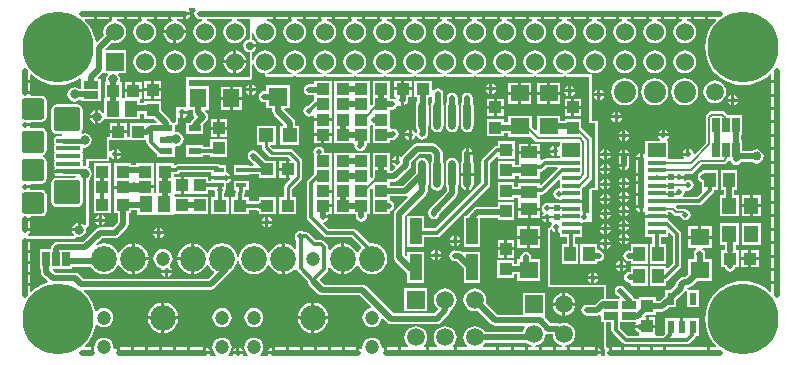
<source format=gtl>
G04 Layer_Physical_Order=1*
G04 Layer_Color=255*
%FSAX24Y24*%
%MOIN*%
G70*
G01*
G75*
%ADD10R,0.0394X0.0866*%
%ADD11R,0.0250X0.0500*%
%ADD12R,0.0500X0.0250*%
%ADD13R,0.0591X0.0472*%
%ADD14R,0.0472X0.0551*%
G04:AMPARAMS|DCode=15|XSize=50mil|YSize=50mil|CornerRadius=25mil|HoleSize=0mil|Usage=FLASHONLY|Rotation=90.000|XOffset=0mil|YOffset=0mil|HoleType=Round|Shape=RoundedRectangle|*
%AMROUNDEDRECTD15*
21,1,0.0500,0.0000,0,0,90.0*
21,1,0.0000,0.0500,0,0,90.0*
1,1,0.0500,0.0000,0.0000*
1,1,0.0500,0.0000,0.0000*
1,1,0.0500,0.0000,0.0000*
1,1,0.0500,0.0000,0.0000*
%
%ADD15ROUNDEDRECTD15*%
G04:AMPARAMS|DCode=16|XSize=30mil|YSize=30mil|CornerRadius=15mil|HoleSize=0mil|Usage=FLASHONLY|Rotation=180.000|XOffset=0mil|YOffset=0mil|HoleType=Round|Shape=RoundedRectangle|*
%AMROUNDEDRECTD16*
21,1,0.0300,0.0000,0,0,180.0*
21,1,0.0000,0.0300,0,0,180.0*
1,1,0.0300,0.0000,0.0000*
1,1,0.0300,0.0000,0.0000*
1,1,0.0300,0.0000,0.0000*
1,1,0.0300,0.0000,0.0000*
%
%ADD16ROUNDEDRECTD16*%
G04:AMPARAMS|DCode=17|XSize=30mil|YSize=30mil|CornerRadius=15mil|HoleSize=0mil|Usage=FLASHONLY|Rotation=90.000|XOffset=0mil|YOffset=0mil|HoleType=Round|Shape=RoundedRectangle|*
%AMROUNDEDRECTD17*
21,1,0.0300,0.0000,0,0,90.0*
21,1,0.0000,0.0300,0,0,90.0*
1,1,0.0300,0.0000,0.0000*
1,1,0.0300,0.0000,0.0000*
1,1,0.0300,0.0000,0.0000*
1,1,0.0300,0.0000,0.0000*
%
%ADD17ROUNDEDRECTD17*%
%ADD18R,0.0200X0.0200*%
%ADD19R,0.0630X0.0591*%
%ADD20R,0.0472X0.0472*%
%ADD21R,0.0433X0.0551*%
%ADD22R,0.0551X0.0433*%
%ADD23R,0.0433X0.0394*%
%ADD24R,0.0394X0.0512*%
%ADD25R,0.0335X0.0157*%
G04:AMPARAMS|DCode=26|XSize=74.8mil|YSize=74.8mil|CornerRadius=9.4mil|HoleSize=0mil|Usage=FLASHONLY|Rotation=270.000|XOffset=0mil|YOffset=0mil|HoleType=Round|Shape=RoundedRectangle|*
%AMROUNDEDRECTD26*
21,1,0.0748,0.0561,0,0,270.0*
21,1,0.0561,0.0748,0,0,270.0*
1,1,0.0187,-0.0281,-0.0281*
1,1,0.0187,-0.0281,0.0281*
1,1,0.0187,0.0281,0.0281*
1,1,0.0187,0.0281,-0.0281*
%
%ADD26ROUNDEDRECTD26*%
G04:AMPARAMS|DCode=27|XSize=70.9mil|YSize=74.8mil|CornerRadius=8.9mil|HoleSize=0mil|Usage=FLASHONLY|Rotation=270.000|XOffset=0mil|YOffset=0mil|HoleType=Round|Shape=RoundedRectangle|*
%AMROUNDEDRECTD27*
21,1,0.0709,0.0571,0,0,270.0*
21,1,0.0532,0.0748,0,0,270.0*
1,1,0.0177,-0.0285,-0.0266*
1,1,0.0177,-0.0285,0.0266*
1,1,0.0177,0.0285,0.0266*
1,1,0.0177,0.0285,-0.0266*
%
%ADD27ROUNDEDRECTD27*%
G04:AMPARAMS|DCode=28|XSize=82.7mil|YSize=88.6mil|CornerRadius=10.3mil|HoleSize=0mil|Usage=FLASHONLY|Rotation=270.000|XOffset=0mil|YOffset=0mil|HoleType=Round|Shape=RoundedRectangle|*
%AMROUNDEDRECTD28*
21,1,0.0827,0.0679,0,0,270.0*
21,1,0.0620,0.0886,0,0,270.0*
1,1,0.0207,-0.0340,-0.0310*
1,1,0.0207,-0.0340,0.0310*
1,1,0.0207,0.0340,0.0310*
1,1,0.0207,0.0340,-0.0310*
%
%ADD28ROUNDEDRECTD28*%
G04:AMPARAMS|DCode=29|XSize=15.7mil|YSize=78.7mil|CornerRadius=2mil|HoleSize=0mil|Usage=FLASHONLY|Rotation=270.000|XOffset=0mil|YOffset=0mil|HoleType=Round|Shape=RoundedRectangle|*
%AMROUNDEDRECTD29*
21,1,0.0157,0.0748,0,0,270.0*
21,1,0.0118,0.0787,0,0,270.0*
1,1,0.0039,-0.0374,-0.0059*
1,1,0.0039,-0.0374,0.0059*
1,1,0.0039,0.0374,0.0059*
1,1,0.0039,0.0374,-0.0059*
%
%ADD29ROUNDEDRECTD29*%
%ADD30R,0.0394X0.0433*%
%ADD31R,0.0630X0.0551*%
%ADD32R,0.0433X0.0236*%
%ADD33R,0.0551X0.0630*%
%ADD34R,0.0236X0.0433*%
%ADD35R,0.0591X0.0158*%
%ADD36O,0.0276X0.0925*%
%ADD37C,0.0197*%
%ADD38C,0.0118*%
%ADD39C,0.0100*%
%ADD40C,0.0079*%
%ADD41C,0.0315*%
%ADD42C,0.0157*%
%ADD43C,0.0060*%
%ADD44C,0.0591*%
%ADD45R,0.0591X0.0591*%
%ADD46R,0.0591X0.0591*%
%ADD47R,0.0600X0.0600*%
%ADD48C,0.0600*%
%ADD49C,0.2362*%
%ADD50C,0.0740*%
%ADD51C,0.0472*%
%ADD52C,0.0860*%
%ADD53C,0.0315*%
%ADD54C,0.0200*%
%ADD55C,0.0180*%
%ADD56C,0.0280*%
G36*
X023052Y011373D02*
X023301D01*
X023310Y011350D01*
X023314Y011323D01*
X023189Y011177D01*
X023085Y011007D01*
X023010Y010824D01*
X022963Y010631D01*
X022948Y010433D01*
X022963Y010235D01*
X023010Y010042D01*
X023085Y009859D01*
X023189Y009690D01*
X023318Y009539D01*
X023469Y009410D01*
X023638Y009306D01*
X023822Y009230D01*
X024015Y009184D01*
X024213Y009168D01*
X024410Y009184D01*
X024604Y009230D01*
X024787Y009306D01*
X024956Y009410D01*
X025103Y009535D01*
X025129Y009530D01*
X025153Y009522D01*
Y009331D01*
X025335D01*
Y009232D01*
X025153D01*
Y008889D01*
X025335D01*
Y008789D01*
X025153D01*
Y008446D01*
X025335D01*
Y008346D01*
X025153D01*
Y007993D01*
X025335D01*
Y007893D01*
X025153D01*
Y007550D01*
X025335D01*
Y007450D01*
X025153D01*
Y007097D01*
X025335D01*
Y006997D01*
X025153D01*
Y006654D01*
X025335D01*
Y006554D01*
X025153D01*
Y006202D01*
X025335D01*
Y006102D01*
X025153D01*
Y005759D01*
X025335D01*
Y005659D01*
X025153D01*
Y005306D01*
X025335D01*
Y005206D01*
X025153D01*
Y004863D01*
X025335D01*
Y004763D01*
X025153D01*
Y004410D01*
X025335D01*
Y004310D01*
X025153D01*
Y003967D01*
X025335D01*
Y003867D01*
X025153D01*
Y003515D01*
X025335D01*
Y003415D01*
X025153D01*
Y003072D01*
X025335D01*
Y002972D01*
X025153D01*
Y002629D01*
X025335D01*
Y002529D01*
X025153D01*
Y002289D01*
X025129Y002281D01*
X025103Y002276D01*
X024956Y002401D01*
X024787Y002505D01*
X024604Y002581D01*
X024410Y002627D01*
X024213Y002643D01*
X024015Y002627D01*
X023822Y002581D01*
X023638Y002505D01*
X023469Y002401D01*
X023318Y002272D01*
X023189Y002121D01*
X023085Y001952D01*
X023010Y001769D01*
X022963Y001576D01*
X022948Y001378D01*
X022963Y001180D01*
X023010Y000987D01*
X023085Y000804D01*
X023189Y000634D01*
X023314Y000488D01*
X023310Y000461D01*
X023301Y000438D01*
X023111D01*
Y000256D01*
X023011D01*
Y000438D01*
X021654D01*
Y000256D01*
X021554D01*
Y000438D01*
X021221D01*
Y000256D01*
X021121D01*
Y000438D01*
X020770D01*
Y000256D01*
X020670D01*
Y000438D01*
X020237D01*
Y000256D01*
X020137D01*
Y000438D01*
X019834D01*
Y000256D01*
X019734D01*
Y000428D01*
X019714Y000424D01*
X019696Y000412D01*
X019646Y000439D01*
Y001281D01*
X019819D01*
Y001024D01*
X019830Y000969D01*
X019860Y000923D01*
X020215Y000569D01*
X020261Y000538D01*
X020315Y000528D01*
X022333D01*
X022387Y000538D01*
X022433Y000569D01*
X022610Y000746D01*
X022641Y000792D01*
X022645Y000816D01*
X022737D01*
Y001409D01*
X022341D01*
Y001407D01*
X022215D01*
Y001112D01*
X022115D01*
Y001407D01*
X021989D01*
Y001409D01*
X021593D01*
Y000878D01*
X021526Y000811D01*
X021329D01*
X021289Y000837D01*
Y001082D01*
X021014D01*
Y001132D01*
X020964D01*
Y001452D01*
X020955Y001473D01*
X020981Y001505D01*
X021291D01*
Y001619D01*
X021516D01*
X021516Y001619D01*
X021585Y001633D01*
X021644Y001673D01*
X021732Y001761D01*
X021989D01*
Y002018D01*
X022264Y002293D01*
X022264Y002293D01*
X022271Y002302D01*
X022309Y002327D01*
X022310Y002327D01*
X022341Y002318D01*
X022341Y002310D01*
X022341Y002310D01*
X022341Y002309D01*
Y001761D01*
X022737D01*
Y002354D01*
X022392D01*
X022360Y002389D01*
X022355Y002404D01*
X022359Y002416D01*
X022362Y002417D01*
X022432Y002430D01*
X022491Y002470D01*
X022667Y002646D01*
X023161D01*
Y003358D01*
X022948D01*
Y003533D01*
X022948Y003533D01*
X022934Y003603D01*
X022894Y003662D01*
X022894Y003662D01*
X022880Y003676D01*
X022876Y003683D01*
X022850Y003700D01*
X022865Y003750D01*
X023159D01*
Y004054D01*
X022372D01*
Y003750D01*
X022627D01*
X022642Y003700D01*
X022616Y003683D01*
X022577Y003623D01*
X022563Y003553D01*
X022577Y003483D01*
X022584Y003472D01*
Y003358D01*
X022371D01*
Y002864D01*
X022287Y002780D01*
X022224D01*
X022224Y002780D01*
X022155Y002767D01*
X022096Y002727D01*
X022096Y002727D01*
X022013Y002644D01*
X022006Y002640D01*
X021966Y002580D01*
X021952Y002510D01*
X021954Y002502D01*
Y002497D01*
X021811Y002354D01*
X021593D01*
Y002136D01*
X021440Y001983D01*
X021291D01*
Y002098D01*
X020737D01*
Y002046D01*
X020568D01*
X020563Y002070D01*
X020528Y002122D01*
X020290Y002360D01*
X020288Y002373D01*
X020248Y002433D01*
X020188Y002473D01*
X020118Y002487D01*
X020048Y002473D01*
X019988Y002433D01*
X019949Y002373D01*
X019935Y002303D01*
X019949Y002233D01*
X019988Y002173D01*
X020048Y002134D01*
X020061Y002131D01*
X020101Y002092D01*
X020081Y002046D01*
X019646D01*
Y002510D01*
X017776D01*
Y004346D01*
X017826Y004362D01*
X017853Y004320D01*
X017913Y004280D01*
X017932Y004277D01*
Y004449D01*
X018032D01*
Y004277D01*
X018049Y004280D01*
X018058Y004280D01*
X018099Y004254D01*
Y004123D01*
X018333D01*
Y003879D01*
X018158D01*
Y003207D01*
X018712D01*
Y003879D01*
X018616D01*
Y004123D01*
X018850D01*
Y004440D01*
X018848D01*
Y004487D01*
X018474D01*
Y004587D01*
X018867D01*
X018887Y004604D01*
X018907Y004600D01*
X018978Y004614D01*
X018981Y004616D01*
X019163D01*
X019163Y005659D01*
X019370D01*
Y007972D01*
X019163D01*
X019163Y009527D01*
X018340Y009527D01*
X018337Y009577D01*
X018363Y009581D01*
X018455Y009619D01*
X018535Y009680D01*
X018596Y009759D01*
X018634Y009852D01*
X018647Y009951D01*
X018634Y010050D01*
X018596Y010142D01*
X018535Y010222D01*
X018455Y010283D01*
X018363Y010321D01*
X018264Y010334D01*
X018165Y010321D01*
X018072Y010283D01*
X017993Y010222D01*
X017932Y010142D01*
X017894Y010050D01*
X017881Y009951D01*
X017894Y009852D01*
X017932Y009759D01*
X017993Y009680D01*
X018072Y009619D01*
X018165Y009581D01*
X018191Y009577D01*
X018188Y009527D01*
X017341Y009527D01*
X017338Y009577D01*
X017363Y009581D01*
X017455Y009619D01*
X017535Y009680D01*
X017596Y009759D01*
X017634Y009852D01*
X017647Y009951D01*
X017634Y010050D01*
X017596Y010142D01*
X017535Y010222D01*
X017455Y010283D01*
X017363Y010321D01*
X017264Y010334D01*
X017165Y010321D01*
X017072Y010283D01*
X016993Y010222D01*
X016932Y010142D01*
X016894Y010050D01*
X016881Y009951D01*
X016894Y009852D01*
X016932Y009759D01*
X016993Y009680D01*
X017072Y009619D01*
X017165Y009581D01*
X017190Y009577D01*
X017187Y009527D01*
X016342Y009527D01*
X016338Y009577D01*
X016363Y009581D01*
X016455Y009619D01*
X016535Y009680D01*
X016596Y009759D01*
X016634Y009852D01*
X016647Y009951D01*
X016634Y010050D01*
X016596Y010142D01*
X016535Y010222D01*
X016455Y010283D01*
X016363Y010321D01*
X016264Y010334D01*
X016165Y010321D01*
X016072Y010283D01*
X015993Y010222D01*
X015932Y010142D01*
X015894Y010050D01*
X015881Y009951D01*
X015894Y009852D01*
X015932Y009759D01*
X015993Y009680D01*
X016072Y009619D01*
X016165Y009581D01*
X016189Y009577D01*
X016186Y009527D01*
X015343Y009527D01*
X015339Y009577D01*
X015363Y009581D01*
X015455Y009619D01*
X015535Y009680D01*
X015596Y009759D01*
X015634Y009852D01*
X015647Y009951D01*
X015634Y010050D01*
X015596Y010142D01*
X015535Y010222D01*
X015455Y010283D01*
X015363Y010321D01*
X015264Y010334D01*
X015165Y010321D01*
X015072Y010283D01*
X014993Y010222D01*
X014932Y010142D01*
X014894Y010050D01*
X014881Y009951D01*
X014894Y009852D01*
X014932Y009759D01*
X014993Y009680D01*
X015072Y009619D01*
X015165Y009581D01*
X015188Y009577D01*
X015185Y009527D01*
X014343Y009528D01*
X014340Y009578D01*
X014363Y009581D01*
X014455Y009619D01*
X014535Y009680D01*
X014596Y009759D01*
X014634Y009852D01*
X014647Y009951D01*
X014634Y010050D01*
X014596Y010142D01*
X014535Y010222D01*
X014455Y010283D01*
X014363Y010321D01*
X014264Y010334D01*
X014165Y010321D01*
X014072Y010283D01*
X013993Y010222D01*
X013932Y010142D01*
X013894Y010050D01*
X013881Y009951D01*
X013894Y009852D01*
X013932Y009759D01*
X013993Y009680D01*
X014072Y009619D01*
X014165Y009581D01*
X014187Y009578D01*
X014184Y009528D01*
X013344Y009528D01*
X013341Y009578D01*
X013363Y009581D01*
X013455Y009619D01*
X013535Y009680D01*
X013596Y009759D01*
X013634Y009852D01*
X013647Y009951D01*
X013634Y010050D01*
X013596Y010142D01*
X013535Y010222D01*
X013455Y010283D01*
X013363Y010321D01*
X013264Y010334D01*
X013165Y010321D01*
X013072Y010283D01*
X012993Y010222D01*
X012932Y010142D01*
X012894Y010050D01*
X012881Y009951D01*
X012894Y009852D01*
X012932Y009759D01*
X012993Y009680D01*
X013072Y009619D01*
X013165Y009581D01*
X013186Y009578D01*
X013183Y009528D01*
X012345Y009528D01*
X012342Y009578D01*
X012363Y009581D01*
X012455Y009619D01*
X012535Y009680D01*
X012596Y009759D01*
X012634Y009852D01*
X012647Y009951D01*
X012634Y010050D01*
X012596Y010142D01*
X012535Y010222D01*
X012455Y010283D01*
X012363Y010321D01*
X012264Y010334D01*
X012165Y010321D01*
X012072Y010283D01*
X011993Y010222D01*
X011932Y010142D01*
X011894Y010050D01*
X011881Y009951D01*
X011894Y009852D01*
X011932Y009759D01*
X011993Y009680D01*
X012072Y009619D01*
X012165Y009581D01*
X012186Y009578D01*
X012182Y009528D01*
X011346Y009528D01*
X011343Y009578D01*
X011363Y009581D01*
X011455Y009619D01*
X011535Y009680D01*
X011596Y009759D01*
X011634Y009852D01*
X011647Y009951D01*
X011634Y010050D01*
X011596Y010142D01*
X011535Y010222D01*
X011455Y010283D01*
X011363Y010321D01*
X011264Y010334D01*
X011165Y010321D01*
X011072Y010283D01*
X010993Y010222D01*
X010932Y010142D01*
X010894Y010050D01*
X010881Y009951D01*
X010894Y009852D01*
X010932Y009759D01*
X010993Y009680D01*
X011072Y009619D01*
X011165Y009581D01*
X011185Y009578D01*
X011181Y009528D01*
X010347Y009528D01*
X010344Y009578D01*
X010363Y009581D01*
X010455Y009619D01*
X010535Y009680D01*
X010596Y009759D01*
X010634Y009852D01*
X010647Y009951D01*
X010634Y010050D01*
X010596Y010142D01*
X010535Y010222D01*
X010455Y010283D01*
X010363Y010321D01*
X010264Y010334D01*
X010165Y010321D01*
X010072Y010283D01*
X009993Y010222D01*
X009932Y010142D01*
X009894Y010050D01*
X009881Y009951D01*
X009894Y009852D01*
X009932Y009759D01*
X009993Y009680D01*
X010072Y009619D01*
X010165Y009581D01*
X010184Y009578D01*
X010180Y009528D01*
X009348Y009528D01*
X009345Y009578D01*
X009363Y009581D01*
X009455Y009619D01*
X009535Y009680D01*
X009596Y009759D01*
X009634Y009852D01*
X009647Y009951D01*
X009634Y010050D01*
X009596Y010142D01*
X009535Y010222D01*
X009455Y010283D01*
X009363Y010321D01*
X009264Y010334D01*
X009165Y010321D01*
X009072Y010283D01*
X008993Y010222D01*
X008932Y010142D01*
X008894Y010050D01*
X008881Y009951D01*
X008894Y009852D01*
X008932Y009759D01*
X008993Y009680D01*
X009072Y009619D01*
X009165Y009581D01*
X009183Y009578D01*
X009180Y009528D01*
X008349Y009528D01*
X008346Y009578D01*
X008363Y009581D01*
X008455Y009619D01*
X008535Y009680D01*
X008596Y009759D01*
X008634Y009852D01*
X008647Y009951D01*
X008634Y010050D01*
X008596Y010142D01*
X008535Y010222D01*
X008455Y010283D01*
X008363Y010321D01*
X008264Y010334D01*
X008165Y010321D01*
X008072Y010283D01*
X007993Y010222D01*
X007932Y010142D01*
X007894Y010050D01*
X007887Y010003D01*
X007837Y010007D01*
Y010262D01*
X007860Y010276D01*
X007932Y010325D01*
X007980Y010397D01*
X007987Y010432D01*
X007774D01*
Y010532D01*
X007987D01*
X007980Y010568D01*
X007932Y010640D01*
X007860Y010688D01*
X007837Y010703D01*
Y010895D01*
X007887Y010898D01*
X007894Y010852D01*
X007932Y010759D01*
X007993Y010680D01*
X008072Y010619D01*
X008165Y010581D01*
X008264Y010568D01*
X008363Y010581D01*
X008455Y010619D01*
X008535Y010680D01*
X008596Y010759D01*
X008634Y010852D01*
X008647Y010951D01*
X008634Y011050D01*
X008596Y011142D01*
X008535Y011222D01*
X008455Y011283D01*
X008363Y011321D01*
X008347Y011323D01*
X008350Y011373D01*
X008533D01*
Y011555D01*
X008633D01*
Y011373D01*
X009025D01*
Y011555D01*
X009125D01*
Y011373D01*
X009178D01*
X009181Y011323D01*
X009165Y011321D01*
X009072Y011283D01*
X008993Y011222D01*
X008932Y011142D01*
X008894Y011050D01*
X008881Y010951D01*
X008894Y010852D01*
X008932Y010759D01*
X008993Y010680D01*
X009072Y010619D01*
X009165Y010581D01*
X009264Y010568D01*
X009363Y010581D01*
X009455Y010619D01*
X009535Y010680D01*
X009596Y010759D01*
X009634Y010852D01*
X009647Y010951D01*
X009634Y011050D01*
X009596Y011142D01*
X009535Y011222D01*
X009455Y011283D01*
X009363Y011321D01*
X009347Y011323D01*
X009350Y011373D01*
X009527D01*
Y011555D01*
X009627D01*
Y011373D01*
X010029D01*
Y011555D01*
X010129D01*
Y011373D01*
X010178D01*
X010181Y011323D01*
X010165Y011321D01*
X010072Y011283D01*
X009993Y011222D01*
X009932Y011142D01*
X009894Y011050D01*
X009881Y010951D01*
X009894Y010852D01*
X009932Y010759D01*
X009993Y010680D01*
X010072Y010619D01*
X010165Y010581D01*
X010264Y010568D01*
X010363Y010581D01*
X010455Y010619D01*
X010535Y010680D01*
X010596Y010759D01*
X010634Y010852D01*
X010647Y010951D01*
X010634Y011050D01*
X010596Y011142D01*
X010535Y011222D01*
X010455Y011283D01*
X010363Y011321D01*
X010347Y011323D01*
X010350Y011373D01*
X010521D01*
Y011555D01*
X010621D01*
Y011373D01*
X011023D01*
Y011555D01*
X011123D01*
Y011373D01*
X011178D01*
X011181Y011323D01*
X011165Y011321D01*
X011072Y011283D01*
X010993Y011222D01*
X010932Y011142D01*
X010894Y011050D01*
X010881Y010951D01*
X010894Y010852D01*
X010932Y010759D01*
X010993Y010680D01*
X011072Y010619D01*
X011165Y010581D01*
X011264Y010568D01*
X011363Y010581D01*
X011455Y010619D01*
X011535Y010680D01*
X011596Y010759D01*
X011634Y010852D01*
X011647Y010951D01*
X011634Y011050D01*
X011596Y011142D01*
X011535Y011222D01*
X011455Y011283D01*
X011363Y011321D01*
X011347Y011323D01*
X011350Y011373D01*
X011515D01*
Y011555D01*
X011615D01*
Y011373D01*
X012017D01*
Y011555D01*
X012117D01*
Y011373D01*
X012178D01*
X012181Y011323D01*
X012165Y011321D01*
X012072Y011283D01*
X011993Y011222D01*
X011932Y011142D01*
X011894Y011050D01*
X011881Y010951D01*
X011894Y010852D01*
X011932Y010759D01*
X011993Y010680D01*
X012072Y010619D01*
X012165Y010581D01*
X012264Y010568D01*
X012363Y010581D01*
X012455Y010619D01*
X012535Y010680D01*
X012596Y010759D01*
X012634Y010852D01*
X012647Y010951D01*
X012634Y011050D01*
X012596Y011142D01*
X012535Y011222D01*
X012455Y011283D01*
X012363Y011321D01*
X012347Y011323D01*
X012350Y011373D01*
X012509D01*
Y011555D01*
X012609D01*
Y011373D01*
X013011D01*
Y011555D01*
X013111D01*
Y011373D01*
X013178D01*
X013181Y011323D01*
X013165Y011321D01*
X013072Y011283D01*
X012993Y011222D01*
X012932Y011142D01*
X012894Y011050D01*
X012881Y010951D01*
X012894Y010852D01*
X012932Y010759D01*
X012993Y010680D01*
X013072Y010619D01*
X013165Y010581D01*
X013264Y010568D01*
X013363Y010581D01*
X013455Y010619D01*
X013535Y010680D01*
X013596Y010759D01*
X013634Y010852D01*
X013647Y010951D01*
X013634Y011050D01*
X013596Y011142D01*
X013535Y011222D01*
X013455Y011283D01*
X013363Y011321D01*
X013347Y011323D01*
X013350Y011373D01*
X013503D01*
Y011555D01*
X013603D01*
Y011373D01*
X014005D01*
Y011555D01*
X014105D01*
Y011373D01*
X014178D01*
X014181Y011323D01*
X014165Y011321D01*
X014072Y011283D01*
X013993Y011222D01*
X013932Y011142D01*
X013894Y011050D01*
X013881Y010951D01*
X013894Y010852D01*
X013932Y010759D01*
X013993Y010680D01*
X014072Y010619D01*
X014165Y010581D01*
X014264Y010568D01*
X014363Y010581D01*
X014455Y010619D01*
X014535Y010680D01*
X014596Y010759D01*
X014634Y010852D01*
X014647Y010951D01*
X014634Y011050D01*
X014596Y011142D01*
X014535Y011222D01*
X014455Y011283D01*
X014363Y011321D01*
X014347Y011323D01*
X014350Y011373D01*
X014497D01*
Y011555D01*
X014597D01*
Y011373D01*
X014999D01*
Y011555D01*
X015099D01*
Y011373D01*
X015178D01*
X015181Y011323D01*
X015165Y011321D01*
X015072Y011283D01*
X014993Y011222D01*
X014932Y011142D01*
X014894Y011050D01*
X014881Y010951D01*
X014894Y010852D01*
X014932Y010759D01*
X014993Y010680D01*
X015072Y010619D01*
X015165Y010581D01*
X015264Y010568D01*
X015363Y010581D01*
X015455Y010619D01*
X015535Y010680D01*
X015596Y010759D01*
X015634Y010852D01*
X015647Y010951D01*
X015634Y011050D01*
X015596Y011142D01*
X015535Y011222D01*
X015455Y011283D01*
X015363Y011321D01*
X015347Y011323D01*
X015350Y011373D01*
X015491D01*
Y011555D01*
X015591D01*
Y011373D01*
X015993D01*
Y011555D01*
X016093D01*
Y011373D01*
X016178D01*
X016181Y011323D01*
X016165Y011321D01*
X016072Y011283D01*
X015993Y011222D01*
X015932Y011142D01*
X015894Y011050D01*
X015881Y010951D01*
X015894Y010852D01*
X015932Y010759D01*
X015993Y010680D01*
X016072Y010619D01*
X016165Y010581D01*
X016264Y010568D01*
X016363Y010581D01*
X016455Y010619D01*
X016535Y010680D01*
X016596Y010759D01*
X016634Y010852D01*
X016647Y010951D01*
X016634Y011050D01*
X016596Y011142D01*
X016535Y011222D01*
X016455Y011283D01*
X016363Y011321D01*
X016347Y011323D01*
X016350Y011373D01*
X016495D01*
Y011555D01*
X016595D01*
Y011373D01*
X016987D01*
Y011555D01*
X017087D01*
Y011373D01*
X017178D01*
X017181Y011323D01*
X017165Y011321D01*
X017072Y011283D01*
X016993Y011222D01*
X016932Y011142D01*
X016894Y011050D01*
X016881Y010951D01*
X016894Y010852D01*
X016932Y010759D01*
X016993Y010680D01*
X017072Y010619D01*
X017165Y010581D01*
X017264Y010568D01*
X017363Y010581D01*
X017455Y010619D01*
X017535Y010680D01*
X017596Y010759D01*
X017634Y010852D01*
X017647Y010951D01*
X017634Y011050D01*
X017596Y011142D01*
X017535Y011222D01*
X017455Y011283D01*
X017363Y011321D01*
X017347Y011323D01*
X017350Y011373D01*
X017489D01*
Y011555D01*
X017589D01*
Y011373D01*
X017981D01*
Y011555D01*
X018082D01*
Y011373D01*
X018178D01*
X018181Y011323D01*
X018165Y011321D01*
X018072Y011283D01*
X017993Y011222D01*
X017932Y011142D01*
X017894Y011050D01*
X017881Y010951D01*
X017894Y010852D01*
X017932Y010759D01*
X017993Y010680D01*
X018072Y010619D01*
X018165Y010581D01*
X018264Y010568D01*
X018363Y010581D01*
X018455Y010619D01*
X018535Y010680D01*
X018596Y010759D01*
X018634Y010852D01*
X018647Y010951D01*
X018634Y011050D01*
X018596Y011142D01*
X018535Y011222D01*
X018455Y011283D01*
X018363Y011321D01*
X018347Y011323D01*
X018350Y011373D01*
X018483D01*
Y011555D01*
X018583D01*
Y011373D01*
X018976D01*
Y011555D01*
X019076D01*
Y011373D01*
X019178D01*
X019181Y011323D01*
X019165Y011321D01*
X019072Y011283D01*
X018993Y011222D01*
X018932Y011142D01*
X018894Y011050D01*
X018881Y010951D01*
X018894Y010852D01*
X018932Y010759D01*
X018993Y010680D01*
X019072Y010619D01*
X019165Y010581D01*
X019264Y010568D01*
X019363Y010581D01*
X019455Y010619D01*
X019535Y010680D01*
X019596Y010759D01*
X019634Y010852D01*
X019647Y010951D01*
X019634Y011050D01*
X019596Y011142D01*
X019535Y011222D01*
X019455Y011283D01*
X019363Y011321D01*
X019347Y011323D01*
X019350Y011373D01*
X019478D01*
Y011555D01*
X019578D01*
Y011373D01*
X019970D01*
Y011555D01*
X020070D01*
Y011373D01*
X020178D01*
X020181Y011323D01*
X020165Y011321D01*
X020072Y011283D01*
X019993Y011222D01*
X019932Y011142D01*
X019894Y011050D01*
X019881Y010951D01*
X019894Y010852D01*
X019932Y010759D01*
X019993Y010680D01*
X020072Y010619D01*
X020165Y010581D01*
X020264Y010568D01*
X020363Y010581D01*
X020455Y010619D01*
X020535Y010680D01*
X020596Y010759D01*
X020634Y010852D01*
X020647Y010951D01*
X020634Y011050D01*
X020596Y011142D01*
X020535Y011222D01*
X020455Y011283D01*
X020363Y011321D01*
X020347Y011323D01*
X020350Y011373D01*
X020472D01*
Y011555D01*
X020572D01*
Y011373D01*
X020964D01*
Y011555D01*
X021064D01*
Y011373D01*
X021178D01*
X021181Y011323D01*
X021165Y011321D01*
X021072Y011283D01*
X020993Y011222D01*
X020932Y011142D01*
X020894Y011050D01*
X020881Y010951D01*
X020894Y010852D01*
X020932Y010759D01*
X020993Y010680D01*
X021072Y010619D01*
X021165Y010581D01*
X021264Y010568D01*
X021363Y010581D01*
X021455Y010619D01*
X021535Y010680D01*
X021596Y010759D01*
X021634Y010852D01*
X021647Y010951D01*
X021634Y011050D01*
X021596Y011142D01*
X021535Y011222D01*
X021455Y011283D01*
X021363Y011321D01*
X021347Y011323D01*
X021350Y011373D01*
X021466D01*
Y011555D01*
X021566D01*
Y011373D01*
X021958D01*
Y011555D01*
X022058D01*
Y011373D01*
X022178D01*
X022181Y011323D01*
X022165Y011321D01*
X022072Y011283D01*
X021993Y011222D01*
X021932Y011142D01*
X021894Y011050D01*
X021881Y010951D01*
X021894Y010852D01*
X021932Y010759D01*
X021993Y010680D01*
X022072Y010619D01*
X022165Y010581D01*
X022264Y010568D01*
X022363Y010581D01*
X022455Y010619D01*
X022535Y010680D01*
X022596Y010759D01*
X022634Y010852D01*
X022647Y010951D01*
X022634Y011050D01*
X022596Y011142D01*
X022535Y011222D01*
X022455Y011283D01*
X022363Y011321D01*
X022347Y011323D01*
X022350Y011373D01*
X022460D01*
Y011555D01*
X022560D01*
Y011373D01*
X022952D01*
Y011555D01*
X023052D01*
Y011373D01*
D02*
G37*
G36*
X003160D02*
X003178D01*
X003181Y011323D01*
X003165Y011321D01*
X003072Y011283D01*
X002993Y011222D01*
X002932Y011142D01*
X002894Y011050D01*
X002881Y010951D01*
X002894Y010852D01*
X002898Y010842D01*
X002672Y010616D01*
X002625Y010640D01*
X002581Y010824D01*
X002505Y011007D01*
X002401Y011177D01*
X002276Y011323D01*
X002281Y011350D01*
X002289Y011373D01*
X002558D01*
Y011555D01*
X002658D01*
Y011373D01*
X003060D01*
Y011555D01*
X003160D01*
Y011373D01*
D02*
G37*
G36*
X005953Y011704D02*
X005959Y011679D01*
X005923Y011625D01*
X005909Y011555D01*
X005923Y011485D01*
X005963Y011425D01*
X006022Y011386D01*
X006093Y011372D01*
X006101Y011373D01*
X006178D01*
X006181Y011323D01*
X006165Y011321D01*
X006072Y011283D01*
X005993Y011222D01*
X005932Y011142D01*
X005894Y011050D01*
X005881Y010951D01*
X005894Y010852D01*
X005932Y010759D01*
X005993Y010680D01*
X006072Y010619D01*
X006165Y010581D01*
X006264Y010568D01*
X006363Y010581D01*
X006455Y010619D01*
X006535Y010680D01*
X006596Y010759D01*
X006634Y010852D01*
X006647Y010951D01*
X006634Y011050D01*
X006596Y011142D01*
X006535Y011222D01*
X006455Y011283D01*
X006363Y011321D01*
X006347Y011323D01*
X006350Y011373D01*
X006586D01*
X006594Y011372D01*
X006603Y011373D01*
X007079D01*
X007087Y011372D01*
X007095Y011373D01*
X007178D01*
X007181Y011323D01*
X007165Y011321D01*
X007072Y011283D01*
X006993Y011222D01*
X006932Y011142D01*
X006894Y011050D01*
X006881Y010951D01*
X006894Y010852D01*
X006932Y010759D01*
X006993Y010680D01*
X007072Y010619D01*
X007165Y010581D01*
X007264Y010568D01*
X007363Y010581D01*
X007455Y010619D01*
X007535Y010680D01*
X007596Y010759D01*
X007634Y010852D01*
X007647Y010951D01*
X007634Y011050D01*
X007596Y011142D01*
X007535Y011222D01*
X007455Y011283D01*
X007363Y011321D01*
X007347Y011323D01*
X007350Y011373D01*
X007581D01*
X007589Y011372D01*
X007597Y011373D01*
X007756D01*
Y010703D01*
X007688Y010690D01*
X007616Y010641D01*
X007567Y010568D01*
X007550Y010482D01*
X007567Y010396D01*
X007616Y010324D01*
X007688Y010275D01*
X007756Y010262D01*
Y009429D01*
X005650Y009429D01*
X005650Y008445D01*
X005305D01*
Y007963D01*
X005277Y007924D01*
X005156D01*
X005148Y007963D01*
X005109Y008022D01*
X005109Y008022D01*
X004804Y008327D01*
Y008643D01*
X004251D01*
Y008577D01*
X004106D01*
Y008706D01*
X004184D01*
Y008932D01*
X003593D01*
Y008741D01*
X003516D01*
Y009259D01*
X003483D01*
X003442Y009309D01*
X003452Y009360D01*
X003434Y009453D01*
X003388Y009521D01*
X003405Y009571D01*
X003644D01*
Y010331D01*
X002972D01*
X002951Y010381D01*
X003155Y010585D01*
X003165Y010581D01*
X003264Y010568D01*
X003363Y010581D01*
X003455Y010619D01*
X003535Y010680D01*
X003596Y010759D01*
X003634Y010852D01*
X003647Y010951D01*
X003634Y011050D01*
X003596Y011142D01*
X003535Y011222D01*
X003455Y011283D01*
X003363Y011321D01*
X003347Y011323D01*
X003350Y011373D01*
X003562D01*
Y011555D01*
X003662D01*
Y011373D01*
X004054D01*
Y011555D01*
X004154D01*
Y011373D01*
X004178D01*
X004181Y011323D01*
X004165Y011321D01*
X004072Y011283D01*
X003993Y011222D01*
X003932Y011142D01*
X003894Y011050D01*
X003881Y010951D01*
X003894Y010852D01*
X003932Y010759D01*
X003993Y010680D01*
X004072Y010619D01*
X004165Y010581D01*
X004264Y010568D01*
X004363Y010581D01*
X004455Y010619D01*
X004535Y010680D01*
X004596Y010759D01*
X004634Y010852D01*
X004647Y010951D01*
X004634Y011050D01*
X004596Y011142D01*
X004535Y011222D01*
X004455Y011283D01*
X004363Y011321D01*
X004347Y011323D01*
X004350Y011373D01*
X004556D01*
Y011555D01*
X004656D01*
Y011373D01*
X005048D01*
Y011555D01*
X005148D01*
Y011373D01*
X005187D01*
X005191Y011323D01*
X005165Y011320D01*
X005073Y011282D01*
X004994Y011221D01*
X004933Y011142D01*
X004895Y011050D01*
X004888Y011001D01*
X005639D01*
X005633Y011050D01*
X005595Y011142D01*
X005534Y011221D01*
X005455Y011282D01*
X005363Y011320D01*
X005337Y011323D01*
X005340Y011373D01*
X005550D01*
Y011555D01*
X005600D01*
Y011605D01*
X005773D01*
X005769Y011625D01*
X005732Y011679D01*
X005738Y011701D01*
X005752Y011729D01*
X005939D01*
X005953Y011704D01*
D02*
G37*
G36*
X003032Y009521D02*
X002986Y009453D01*
X002968Y009360D01*
X002978Y009309D01*
X002937Y009259D01*
X002923D01*
Y008741D01*
X002922D01*
Y008254D01*
X002872Y008239D01*
X002838Y008290D01*
X002759Y008343D01*
X002717Y008351D01*
Y008120D01*
Y007889D01*
X002759Y007898D01*
X002838Y007950D01*
X002876Y008008D01*
X002921Y008029D01*
X002941Y008029D01*
X002968Y008029D01*
X004106D01*
Y008213D01*
X004251D01*
Y008050D01*
X004567D01*
X004660Y007956D01*
X004640Y007906D01*
X004461D01*
X004402Y007895D01*
X004352Y007895D01*
X004352Y007895D01*
X004352Y007895D01*
X003759D01*
Y007431D01*
X003681D01*
Y007568D01*
X003386D01*
X003091D01*
Y007431D01*
X003002D01*
Y006712D01*
X002315D01*
Y006490D01*
X002277Y006459D01*
X002260Y006462D01*
X002226D01*
X002198Y006496D01*
Y006614D01*
X002190Y006653D01*
X002170Y006683D01*
X002190Y006713D01*
X002198Y006752D01*
Y006870D01*
X002190Y006909D01*
X002170Y006939D01*
X002190Y006969D01*
X002198Y007008D01*
Y007061D01*
X002237Y007092D01*
X002260Y007088D01*
X002353Y007106D01*
X002431Y007159D01*
X002484Y007237D01*
X002502Y007330D01*
X002484Y007423D01*
X002431Y007501D01*
X002353Y007554D01*
X002260Y007572D01*
X002178Y007556D01*
X002178Y007556D01*
X002151Y007598D01*
X002185Y007650D01*
X002200Y007721D01*
Y008342D01*
X002185Y008413D01*
X002145Y008474D01*
X002084Y008514D01*
X002013Y008528D01*
X001334D01*
X001262Y008514D01*
X001201Y008474D01*
X001161Y008413D01*
X001147Y008342D01*
Y007721D01*
X001161Y007650D01*
X001201Y007589D01*
X001262Y007549D01*
X001334Y007535D01*
X001496D01*
X001516Y007485D01*
X001515Y007484D01*
X001348D01*
X001310Y007476D01*
X001277Y007454D01*
X001255Y007421D01*
X001247Y007382D01*
Y007264D01*
X001255Y007225D01*
X001275Y007195D01*
X001255Y007165D01*
X001247Y007126D01*
Y007008D01*
X001255Y006969D01*
X001275Y006939D01*
X001255Y006909D01*
X001247Y006870D01*
Y006752D01*
X001255Y006713D01*
X001275Y006683D01*
X001255Y006653D01*
X001247Y006614D01*
Y006496D01*
X001255Y006457D01*
X001275Y006426D01*
X001256Y006397D01*
X001248Y006358D01*
Y006349D01*
X001722D01*
Y006249D01*
X001248D01*
Y006240D01*
X001256Y006202D01*
X001277Y006169D01*
X001310Y006147D01*
X001348Y006140D01*
X001557D01*
X001566Y006138D01*
X001982D01*
X001982Y006138D01*
X001950Y006088D01*
X001334D01*
X001262Y006073D01*
X001201Y006033D01*
X001161Y005972D01*
X001147Y005901D01*
Y005281D01*
X001161Y005209D01*
X001201Y005148D01*
X001262Y005108D01*
X001334Y005094D01*
X002013D01*
X002084Y005108D01*
X002145Y005148D01*
X002185Y005209D01*
X002200Y005281D01*
Y005901D01*
X002191Y005942D01*
X002210Y005962D01*
Y006220D01*
X002310D01*
Y005956D01*
X002315Y005951D01*
Y004509D01*
X002265Y004493D01*
X002247Y004521D01*
X002169Y004573D01*
X002127Y004581D01*
Y004350D01*
X002077D01*
Y004300D01*
X001846D01*
X001854Y004258D01*
X001904Y004184D01*
X001893Y004135D01*
X001892Y004134D01*
X000395D01*
X000380Y004150D01*
X000385Y004213D01*
X000424Y004272D01*
X000428Y004292D01*
X000256D01*
Y004392D01*
X000432D01*
X000438Y004424D01*
Y004655D01*
X000256D01*
Y004755D01*
X000434D01*
X000464Y004799D01*
X000827D01*
X000893Y004812D01*
X000948Y004849D01*
X000986Y004905D01*
X000999Y004970D01*
Y005502D01*
X000986Y005568D01*
X000948Y005624D01*
X000893Y005661D01*
X000827Y005674D01*
X000448D01*
X000432Y005704D01*
X000426Y005724D01*
X000428Y005737D01*
X000256D01*
Y005837D01*
X000434D01*
X000464Y005881D01*
X000822D01*
X000890Y005895D01*
X000947Y005933D01*
X000985Y005990D01*
X000999Y006058D01*
Y006619D01*
X000985Y006687D01*
X000947Y006744D01*
X000890Y006783D01*
X000874Y006786D01*
Y006837D01*
X000890Y006840D01*
X000947Y006878D01*
X000985Y006935D01*
X000999Y007003D01*
Y007564D01*
X000985Y007632D01*
X000947Y007689D01*
X000890Y007727D01*
X000822Y007741D01*
X000448D01*
X000432Y007770D01*
X000426Y007791D01*
X000428Y007804D01*
X000256D01*
Y007904D01*
X000434D01*
X000464Y007948D01*
X000827D01*
X000893Y007961D01*
X000948Y007999D01*
X000986Y008054D01*
X000999Y008120D01*
Y008652D01*
X000986Y008717D01*
X000948Y008773D01*
X000893Y008810D01*
X000827Y008823D01*
X000464D01*
X000434Y008867D01*
X000256D01*
Y008967D01*
X000438D01*
Y009232D01*
X000256D01*
Y009331D01*
X000438D01*
Y009522D01*
X000461Y009530D01*
X000488Y009535D01*
X000634Y009410D01*
X000804Y009306D01*
X000987Y009230D01*
X001180Y009184D01*
X001378Y009168D01*
X001576Y009184D01*
X001769Y009230D01*
X001952Y009306D01*
X002095Y009393D01*
X002140Y009363D01*
Y009040D01*
X002084D01*
X002022Y009082D01*
X001929Y009100D01*
X001836Y009082D01*
X001758Y009029D01*
X001705Y008951D01*
X001687Y008858D01*
X001705Y008766D01*
X001758Y008687D01*
X001836Y008635D01*
X001929Y008616D01*
X002022Y008635D01*
X002084Y008676D01*
X002140D01*
Y008649D01*
X002800D01*
Y008973D01*
Y009383D01*
X002722D01*
X002703Y009429D01*
X002837Y009563D01*
X002884Y009571D01*
X002884Y009571D01*
X003015D01*
X003032Y009521D01*
D02*
G37*
G36*
X007890Y009882D02*
X007894Y009852D01*
X007932Y009759D01*
X007993Y009680D01*
X008072Y009619D01*
X008165Y009581D01*
X008264Y009568D01*
X008265Y009567D01*
X008267Y009523D01*
X008271Y009510D01*
X008273Y009497D01*
X008275Y009495D01*
X008276Y009492D01*
X008284Y009482D01*
X008291Y009471D01*
X008293Y009469D01*
X008295Y009467D01*
X008307Y009460D01*
X008318Y009453D01*
X008320Y009452D01*
X008323Y009451D01*
X008336Y009449D01*
X008349Y009447D01*
X009180Y009447D01*
X009193Y009449D01*
X009206Y009451D01*
X009208Y009452D01*
X009211Y009453D01*
X009222Y009460D01*
X009233Y009467D01*
X009234Y009467D01*
X009241Y009471D01*
X009287Y009471D01*
X009294Y009467D01*
X009294Y009467D01*
X009306Y009460D01*
X009317Y009453D01*
X009319Y009452D01*
X009322Y009451D01*
X009335Y009449D01*
X009348Y009447D01*
X010180Y009447D01*
X010193Y009449D01*
X010207Y009451D01*
X010209Y009452D01*
X010212Y009453D01*
X010223Y009460D01*
X010234Y009467D01*
X010246Y009470D01*
X010281Y009470D01*
X010293Y009467D01*
X010305Y009460D01*
X010316Y009453D01*
X010318Y009452D01*
X010321Y009451D01*
X010334Y009449D01*
X010347Y009446D01*
X011181Y009446D01*
X011194Y009449D01*
X011208Y009451D01*
X011210Y009452D01*
X011213Y009453D01*
X011224Y009460D01*
X011235Y009467D01*
X011243Y009469D01*
X011253Y009470D01*
X011275Y009470D01*
X011284Y009469D01*
X011292Y009467D01*
X011304Y009460D01*
X011315Y009453D01*
X011318Y009452D01*
X011320Y009451D01*
X011333Y009449D01*
X011346Y009446D01*
X012182Y009446D01*
X012195Y009449D01*
X012208Y009451D01*
X012211Y009452D01*
X012213Y009452D01*
X012224Y009460D01*
X012236Y009467D01*
X012264Y009470D01*
X012291Y009467D01*
X012291Y009467D01*
X012303Y009460D01*
X012314Y009452D01*
X012317Y009452D01*
X012319Y009451D01*
X012332Y009449D01*
X012345Y009446D01*
X013183Y009446D01*
X013196Y009449D01*
X013209Y009450D01*
X013212Y009452D01*
X013214Y009452D01*
X013225Y009460D01*
X013237Y009466D01*
X013264Y009468D01*
X013291Y009466D01*
X013302Y009460D01*
X013313Y009452D01*
X013316Y009452D01*
X013318Y009450D01*
X013331Y009449D01*
X013344Y009446D01*
X014184Y009446D01*
X014197Y009449D01*
X014210Y009450D01*
X014213Y009452D01*
X014215Y009452D01*
X014226Y009460D01*
X014238Y009466D01*
X014264Y009468D01*
X014290Y009466D01*
X014301Y009460D01*
X014312Y009452D01*
X014315Y009452D01*
X014317Y009450D01*
X014330Y009449D01*
X014343Y009446D01*
X015185Y009446D01*
X015198Y009449D01*
X015211Y009450D01*
X015213Y009452D01*
X015216Y009452D01*
X015227Y009460D01*
X015239Y009466D01*
X015253Y009467D01*
X015274Y009467D01*
X015289Y009466D01*
X015300Y009460D01*
X015311Y009452D01*
X015314Y009452D01*
X015316Y009450D01*
X015330Y009449D01*
X015343Y009446D01*
X016186Y009446D01*
X016199Y009448D01*
X016212Y009450D01*
X016214Y009451D01*
X016217Y009452D01*
X016228Y009459D01*
X016240Y009466D01*
X016288Y009466D01*
X016299Y009459D01*
X016310Y009452D01*
X016313Y009451D01*
X016315Y009450D01*
X016329Y009448D01*
X016342Y009446D01*
X017187Y009446D01*
X017200Y009448D01*
X017213Y009450D01*
X017215Y009451D01*
X017218Y009452D01*
X017229Y009459D01*
X017240Y009466D01*
X017287Y009466D01*
X017299Y009459D01*
X017310Y009452D01*
X017312Y009451D01*
X017315Y009450D01*
X017328Y009448D01*
X017341Y009446D01*
X018188Y009446D01*
X018201Y009448D01*
X018214Y009450D01*
X018216Y009451D01*
X018219Y009452D01*
X018230Y009459D01*
X018241Y009466D01*
X018286Y009466D01*
X018298Y009459D01*
X018309Y009452D01*
X018311Y009451D01*
X018314Y009450D01*
X018327Y009448D01*
X018340Y009446D01*
X019082Y009445D01*
X019082Y007972D01*
X019088Y007941D01*
X019106Y007915D01*
X019132Y007897D01*
X019163Y007891D01*
X019289D01*
Y005741D01*
X019163D01*
X019132Y005735D01*
X019106Y005717D01*
X019088Y005691D01*
X019082Y005659D01*
X019082Y004934D01*
X019053Y004921D01*
X019032Y004915D01*
X018977Y004952D01*
X018957Y004956D01*
Y004783D01*
X018868D01*
Y004872D01*
Y004892D01*
Y004931D01*
X018857D01*
Y004987D01*
X018850Y004994D01*
Y005208D01*
X018848D01*
Y005255D01*
X018474D01*
X018100D01*
Y005239D01*
X017812D01*
Y005239D01*
X017762Y005225D01*
X017757Y005229D01*
X017687Y005243D01*
X017617Y005229D01*
X017557Y005189D01*
X017517Y005129D01*
X017503Y005059D01*
X017517Y004989D01*
X017542Y004952D01*
X017558Y004902D01*
X017519Y004843D01*
X017515Y004824D01*
X017687D01*
Y004774D01*
X017737D01*
Y004601D01*
X017757Y004605D01*
X017763Y004610D01*
X017813Y004595D01*
X017830Y004545D01*
X017813Y004519D01*
X017799Y004449D01*
X017801Y004439D01*
X017752Y004424D01*
X017748Y004423D01*
X017744Y004422D01*
X017734Y004415D01*
X017724Y004409D01*
X017721Y004406D01*
X017718Y004404D01*
X017711Y004394D01*
X017704Y004385D01*
X017702Y004381D01*
X017700Y004378D01*
X017698Y004366D01*
X017694Y004354D01*
X017695Y004350D01*
X017694Y004346D01*
Y002510D01*
X017700Y002479D01*
X017718Y002452D01*
X017744Y002434D01*
X017776Y002428D01*
X019564D01*
Y002046D01*
X019463D01*
Y002024D01*
X019411Y001989D01*
X019268Y001845D01*
X019004D01*
X018996Y001847D01*
X018926Y001833D01*
X018866Y001793D01*
X018827Y001734D01*
X018813Y001663D01*
X018827Y001593D01*
X018866Y001534D01*
X018926Y001494D01*
X018996Y001480D01*
X019004Y001481D01*
X019343D01*
X019343Y001481D01*
X019413Y001495D01*
X019419Y001500D01*
X019463Y001476D01*
Y001281D01*
X019564D01*
Y000439D01*
X019566Y000427D01*
X019568Y000415D01*
X019570Y000412D01*
X019570Y000408D01*
X019577Y000398D01*
X019583Y000387D01*
X019586Y000384D01*
X019588Y000381D01*
X019590Y000380D01*
X019614Y000340D01*
X019617Y000330D01*
X019614Y000326D01*
X019600Y000256D01*
X019614Y000186D01*
X019621Y000175D01*
X019598Y000131D01*
X019500D01*
X019476Y000175D01*
X019484Y000186D01*
X019488Y000206D01*
X019315D01*
Y000256D01*
X019265D01*
Y000438D01*
X018897D01*
Y000256D01*
X018797D01*
Y000438D01*
X018429D01*
Y000256D01*
X018329D01*
Y000438D01*
X018284D01*
X018281Y000488D01*
X018332Y000495D01*
X018424Y000532D01*
X018502Y000593D01*
X018562Y000671D01*
X018600Y000762D01*
X018613Y000860D01*
X018600Y000958D01*
X018562Y001049D01*
X018502Y001128D01*
X018424Y001188D01*
X018332Y001226D01*
X018234Y001239D01*
X018136Y001226D01*
X018115Y001217D01*
X018115Y001218D01*
X018045Y001231D01*
X018045Y001231D01*
X017790D01*
X017587Y001435D01*
X017607Y001485D01*
X017610D01*
Y002236D01*
X016859D01*
Y001516D01*
X016005D01*
X015623Y001899D01*
X015631Y001920D01*
X015644Y002018D01*
X015631Y002116D01*
X015594Y002207D01*
X015533Y002285D01*
X015455Y002346D01*
X015364Y002383D01*
X015266Y002396D01*
X015168Y002383D01*
X015076Y002346D01*
X014998Y002285D01*
X014938Y002207D01*
X014900Y002116D01*
X014887Y002018D01*
X014900Y001920D01*
X014938Y001828D01*
X014998Y001750D01*
X015076Y001690D01*
X015168Y001652D01*
X015266Y001639D01*
X015355Y001651D01*
X015801Y001205D01*
X015801Y001205D01*
X015860Y001166D01*
X015930Y001152D01*
X016922D01*
X016947Y001102D01*
X016906Y001049D01*
X016869Y000958D01*
X016866Y000940D01*
X015597D01*
X015594Y000947D01*
X015533Y001026D01*
X015455Y001086D01*
X015364Y001123D01*
X015266Y001136D01*
X015168Y001123D01*
X015076Y001086D01*
X014998Y001026D01*
X014938Y000947D01*
X014900Y000856D01*
X014887Y000758D01*
X014900Y000660D01*
X014938Y000569D01*
X014998Y000490D01*
X015005Y000485D01*
X014989Y000438D01*
X014684D01*
Y000256D01*
X014584D01*
Y000438D01*
X014559D01*
X014543Y000485D01*
X014549Y000490D01*
X014609Y000569D01*
X014647Y000660D01*
X014660Y000758D01*
X014647Y000856D01*
X014609Y000947D01*
X014549Y001026D01*
X014471Y001086D01*
X014379Y001123D01*
X014282Y001136D01*
X014184Y001123D01*
X014092Y001086D01*
X014014Y001026D01*
X013954Y000947D01*
X013916Y000856D01*
X013903Y000758D01*
X013916Y000660D01*
X013954Y000569D01*
X014014Y000490D01*
X014020Y000485D01*
X014004Y000438D01*
X013747D01*
Y000256D01*
X013647D01*
Y000438D01*
X013574D01*
X013558Y000485D01*
X013565Y000490D01*
X013625Y000569D01*
X013663Y000660D01*
X013676Y000758D01*
X013663Y000856D01*
X013625Y000947D01*
X013565Y001026D01*
X013486Y001086D01*
X013395Y001123D01*
X013297Y001136D01*
X013199Y001123D01*
X013108Y001086D01*
X013030Y001026D01*
X012969Y000947D01*
X012932Y000856D01*
X012919Y000758D01*
X012932Y000660D01*
X012969Y000569D01*
X013030Y000490D01*
X013036Y000485D01*
X013020Y000438D01*
X012811D01*
Y000256D01*
X012711D01*
Y000438D01*
X012343D01*
Y000256D01*
X012243D01*
Y000428D01*
X012223Y000424D01*
X012207Y000414D01*
X012181Y000424D01*
X012158Y000441D01*
X012149Y000516D01*
X012117Y000592D01*
X012066Y000659D01*
X012000Y000709D01*
X011923Y000741D01*
X011841Y000752D01*
X011758Y000741D01*
X011681Y000709D01*
X011615Y000659D01*
X011564Y000592D01*
X011532Y000516D01*
X011522Y000433D01*
X011524Y000414D01*
X011508Y000402D01*
X011477Y000390D01*
X011426Y000424D01*
X011406Y000428D01*
Y000256D01*
X011306D01*
Y000438D01*
X010938D01*
Y000256D01*
X010838D01*
Y000438D01*
X010470D01*
Y000256D01*
X010370D01*
Y000438D01*
X010002D01*
Y000256D01*
X009902D01*
Y000438D01*
X009533D01*
Y000256D01*
X009433D01*
Y000438D01*
X009065D01*
Y000256D01*
X008965D01*
Y000438D01*
X008597D01*
Y000256D01*
X008547D01*
Y000206D01*
X008375D01*
X008379Y000186D01*
X008386Y000175D01*
X008363Y000131D01*
X008111D01*
X008094Y000181D01*
X008129Y000208D01*
X008180Y000274D01*
X008212Y000350D01*
X008222Y000433D01*
X008212Y000516D01*
X008180Y000592D01*
X008129Y000659D01*
X008063Y000709D01*
X007986Y000741D01*
X007904Y000752D01*
X007821Y000741D01*
X007744Y000709D01*
X007678Y000659D01*
X007627Y000592D01*
X007595Y000516D01*
X007585Y000433D01*
X007595Y000350D01*
X007627Y000274D01*
X007678Y000208D01*
X007713Y000181D01*
X007696Y000131D01*
X007547D01*
X007523Y000175D01*
X007531Y000186D01*
X007534Y000206D01*
X007190D01*
X007194Y000186D01*
X007201Y000175D01*
X007178Y000131D01*
X007048D01*
X007031Y000181D01*
X007066Y000208D01*
X007117Y000274D01*
X007149Y000350D01*
X007159Y000433D01*
X007149Y000516D01*
X007117Y000592D01*
X007066Y000659D01*
X007000Y000709D01*
X006923Y000741D01*
X006841Y000752D01*
X006758Y000741D01*
X006681Y000709D01*
X006615Y000659D01*
X006564Y000592D01*
X006532Y000516D01*
X006522Y000433D01*
X006532Y000350D01*
X006564Y000274D01*
X006615Y000208D01*
X006650Y000181D01*
X006633Y000131D01*
X006454D01*
X006431Y000175D01*
X006438Y000186D01*
X006442Y000206D01*
X006270D01*
Y000256D01*
X006220D01*
Y000435D01*
X006206Y000438D01*
X005788D01*
Y000256D01*
X005688D01*
Y000438D01*
X005320D01*
Y000256D01*
X005220D01*
Y000438D01*
X004852D01*
Y000256D01*
X004752D01*
Y000438D01*
X004383D01*
Y000256D01*
X004283D01*
Y000438D01*
X003915D01*
Y000256D01*
X003815D01*
Y000438D01*
X003447D01*
Y000256D01*
X003347D01*
Y000428D01*
X003327Y000424D01*
X003268Y000385D01*
X003266Y000382D01*
X003218Y000400D01*
X003222Y000433D01*
X003212Y000516D01*
X003180Y000592D01*
X003129Y000659D01*
X003063Y000709D01*
X002986Y000741D01*
X002904Y000752D01*
X002821Y000741D01*
X002744Y000709D01*
X002678Y000659D01*
X002627Y000592D01*
X002595Y000516D01*
X002590Y000475D01*
X002570Y000460D01*
Y000256D01*
X002470D01*
Y000438D01*
X002289D01*
X002281Y000461D01*
X002276Y000488D01*
X002401Y000634D01*
X002505Y000804D01*
X002581Y000987D01*
X002627Y001177D01*
X002642Y001185D01*
X002675Y001195D01*
X002678Y001192D01*
X002744Y001141D01*
X002821Y001109D01*
X002904Y001098D01*
X002986Y001109D01*
X003063Y001141D01*
X003129Y001192D01*
X003180Y001258D01*
X003212Y001335D01*
X003222Y001417D01*
X003212Y001500D01*
X003180Y001577D01*
X003129Y001643D01*
X003063Y001694D01*
X002986Y001725D01*
X002904Y001736D01*
X002821Y001725D01*
X002744Y001694D01*
X002678Y001643D01*
X002666Y001628D01*
X002612Y001639D01*
X002581Y001769D01*
X002505Y001952D01*
X002401Y002121D01*
X002272Y002272D01*
X002231Y002308D01*
X002248Y002355D01*
X006466D01*
X006466Y002355D01*
X006536Y002369D01*
X006595Y002408D01*
X007087Y002901D01*
X007127Y002960D01*
X007127Y002963D01*
X007204Y003022D01*
X007286Y003129D01*
X007337Y003253D01*
X007347Y003324D01*
X007397D01*
X007407Y003253D01*
X007458Y003129D01*
X007540Y003022D01*
X007646Y002940D01*
X007770Y002889D01*
X007904Y002871D01*
X008037Y002889D01*
X008161Y002940D01*
X008267Y003022D01*
X008349Y003129D01*
X008371Y003182D01*
X008421D01*
X008443Y003129D01*
X008525Y003023D01*
X008631Y002941D01*
X008755Y002890D01*
X008838Y002879D01*
Y003386D01*
Y003892D01*
X008755Y003881D01*
X008631Y003830D01*
X008525Y003749D01*
X008443Y003642D01*
X008421Y003589D01*
X008371D01*
X008349Y003643D01*
X008267Y003750D01*
X008161Y003831D01*
X008037Y003883D01*
X007904Y003900D01*
X007770Y003883D01*
X007646Y003831D01*
X007540Y003750D01*
X007458Y003643D01*
X007407Y003519D01*
X007397Y003447D01*
X007347D01*
X007337Y003519D01*
X007286Y003643D01*
X007204Y003750D01*
X007098Y003831D01*
X006974Y003883D01*
X006841Y003900D01*
X006707Y003883D01*
X006583Y003831D01*
X006477Y003750D01*
X006395Y003643D01*
X006373Y003589D01*
X006323D01*
X006301Y003642D01*
X006219Y003749D01*
X006113Y003830D01*
X005989Y003881D01*
X005906Y003892D01*
Y003386D01*
Y002879D01*
X005989Y002890D01*
X006113Y002941D01*
X006219Y003023D01*
X006301Y003129D01*
X006323Y003182D01*
X006373D01*
X006395Y003129D01*
X006477Y003022D01*
X006560Y002959D01*
X006568Y002897D01*
X006391Y002719D01*
X002217D01*
X002070Y002866D01*
X002011Y002906D01*
X001941Y002919D01*
X001941Y002919D01*
X001277D01*
X001200Y002996D01*
X001221Y003046D01*
X001834D01*
Y003115D01*
X002468D01*
X002540Y003022D01*
X002646Y002940D01*
X002770Y002889D01*
X002904Y002871D01*
X003037Y002889D01*
X003161Y002940D01*
X003267Y003022D01*
X003349Y003129D01*
X003371Y003182D01*
X003421D01*
X003443Y003129D01*
X003525Y003023D01*
X003631Y002941D01*
X003755Y002890D01*
X003838Y002879D01*
Y003386D01*
Y003892D01*
X003755Y003881D01*
X003631Y003830D01*
X003525Y003749D01*
X003443Y003642D01*
X003421Y003589D01*
X003371D01*
X003349Y003643D01*
X003267Y003750D01*
X003161Y003831D01*
X003037Y003883D01*
X002904Y003900D01*
X002770Y003883D01*
X002675Y003843D01*
X002647Y003886D01*
X002831Y004070D01*
X003268D01*
X003268Y004070D01*
X003337Y004084D01*
X003396Y004123D01*
X003682Y004409D01*
X003682Y004409D01*
X003721Y004468D01*
X003735Y004537D01*
Y004910D01*
X003820D01*
Y005005D01*
X004018D01*
Y004854D01*
X005188D01*
X005202Y004854D01*
X005249Y004861D01*
X005789D01*
Y004861D01*
X005835D01*
Y004861D01*
X006389D01*
Y005454D01*
X005835D01*
Y005454D01*
X005789D01*
Y005454D01*
X005279D01*
X005245Y005497D01*
X005244Y005504D01*
X005247Y005511D01*
X005289Y005531D01*
X005462D01*
Y005827D01*
Y006122D01*
X005247D01*
Y006197D01*
X005319D01*
X005373Y006208D01*
X005419Y006238D01*
X005448Y006267D01*
X006485D01*
Y006180D01*
X006486D01*
Y006133D01*
X006732D01*
Y006033D01*
X006486D01*
Y005986D01*
X006485D01*
Y005969D01*
X006389D01*
Y006123D01*
X005835D01*
Y006123D01*
X005787Y006122D01*
Y006122D01*
X005562D01*
Y005827D01*
Y005531D01*
X005787D01*
Y005531D01*
X005835Y005530D01*
Y005530D01*
X006389D01*
Y005685D01*
X006485D01*
Y005668D01*
X006582D01*
X006592Y005619D01*
X006620Y005577D01*
Y005434D01*
X006465D01*
Y004881D01*
X007058D01*
Y005434D01*
X006904D01*
Y005577D01*
X006931Y005619D01*
X006941Y005668D01*
X006980D01*
Y005905D01*
X007028Y005914D01*
X007088Y005954D01*
X007127Y006013D01*
X007131Y006033D01*
X006959D01*
Y006133D01*
X007131D01*
X007127Y006152D01*
X007088Y006212D01*
X007028Y006251D01*
X006980Y006261D01*
Y006497D01*
X006774D01*
X006762Y006509D01*
X006716Y006540D01*
X006662Y006551D01*
X005389D01*
X005335Y006540D01*
X005297Y006515D01*
X005268Y006524D01*
X005247Y006538D01*
Y006566D01*
X004654D01*
Y006065D01*
X004654D01*
Y005566D01*
X004577D01*
Y005738D01*
X004281D01*
Y005838D01*
X004577D01*
Y006013D01*
X004578D01*
Y006566D01*
X003985D01*
Y006519D01*
X003908D01*
X003900Y006521D01*
X003892Y006519D01*
X003820D01*
Y006566D01*
X003227D01*
Y006013D01*
X003228D01*
Y005818D01*
X003524D01*
Y005718D01*
X003228D01*
Y005492D01*
X003228D01*
X003227Y005464D01*
X003227D01*
X003227Y005443D01*
Y004910D01*
X003371D01*
Y004613D01*
X003192Y004434D01*
X002756D01*
X002686Y004420D01*
X002627Y004381D01*
X002627Y004381D01*
X002203Y003956D01*
X001373D01*
X001373Y003956D01*
X001303Y003943D01*
X001244Y003903D01*
X001244Y003903D01*
X001180Y003839D01*
X001141Y003780D01*
X001127Y003711D01*
X001079Y003706D01*
X000784D01*
Y003046D01*
X000807D01*
Y002950D01*
X000807Y002950D01*
X000821Y002880D01*
X000860Y002821D01*
X001037Y002645D01*
X001022Y002589D01*
X000987Y002581D01*
X000804Y002505D01*
X000634Y002401D01*
X000488Y002276D01*
X000461Y002281D01*
X000438Y002289D01*
Y002478D01*
X000256D01*
Y002578D01*
X000438D01*
Y002841D01*
X000256D01*
Y002941D01*
X000438D01*
Y003204D01*
X000256D01*
Y003304D01*
X000438D01*
Y003566D01*
X000256D01*
Y003666D01*
X000438D01*
Y003929D01*
X000256D01*
Y004029D01*
X000456D01*
X000475Y004052D01*
X001892D01*
X001896Y004053D01*
X001900Y004053D01*
X001906Y004054D01*
X001906Y004054D01*
X001908Y004055D01*
X001912Y004056D01*
X001924Y004058D01*
X001927Y004061D01*
X001931Y004062D01*
X001935Y004065D01*
X001936Y004066D01*
X001940Y004070D01*
X001940Y004070D01*
X001950Y004076D01*
X001952Y004080D01*
X001956Y004082D01*
X001957Y004085D01*
X001958Y004086D01*
X001959Y004088D01*
X001975Y004112D01*
X002017Y004120D01*
X002077Y004108D01*
X002169Y004127D01*
X002248Y004179D01*
X002300Y004258D01*
X002319Y004350D01*
X002305Y004420D01*
X002339Y004431D01*
X002343Y004432D01*
X002347Y004433D01*
X002357Y004440D01*
X002367Y004446D01*
X002370Y004449D01*
X002373Y004451D01*
X002380Y004461D01*
X002387Y004470D01*
X002388Y004474D01*
X002391Y004477D01*
X002393Y004489D01*
X002396Y004501D01*
X002396Y004505D01*
X002397Y004509D01*
Y005951D01*
X002396Y005955D01*
X002396Y005959D01*
X002393Y005971D01*
X002392Y005978D01*
Y006023D01*
X002431Y006049D01*
X002484Y006128D01*
X002502Y006220D01*
X002484Y006313D01*
X002431Y006392D01*
X002410Y006406D01*
X002387Y006452D01*
X002388Y006456D01*
X002391Y006459D01*
X002393Y006471D01*
X002396Y006482D01*
X002396Y006486D01*
X002397Y006490D01*
Y006630D01*
X003002D01*
X003033Y006636D01*
X003060Y006654D01*
X003077Y006681D01*
X003084Y006712D01*
Y006763D01*
X003134Y006779D01*
X003159Y006741D01*
X003218Y006702D01*
X003237Y006698D01*
Y006870D01*
Y007042D01*
X003218Y007038D01*
X003159Y006999D01*
X003134Y006962D01*
X003084Y006977D01*
Y007294D01*
X003089Y007341D01*
X003682D01*
Y007350D01*
X003759D01*
Y007341D01*
X004317D01*
Y007281D01*
X004328Y007227D01*
X004358Y007181D01*
X004661Y006878D01*
X004684Y006863D01*
Y006780D01*
X005277D01*
Y007099D01*
X005315Y007130D01*
X005408Y007148D01*
X005486Y007201D01*
X005539Y007279D01*
X005557Y007372D01*
X005539Y007465D01*
X005486Y007543D01*
X005408Y007596D01*
X005315Y007614D01*
X005277Y007645D01*
Y007796D01*
X005289Y007844D01*
X005298Y007847D01*
X005308Y007849D01*
X005313Y007853D01*
X005319Y007855D01*
X005326Y007861D01*
X005335Y007867D01*
X005338Y007872D01*
X005342Y007876D01*
X005371Y007914D01*
X005375Y007923D01*
X005380Y007932D01*
X005382Y007938D01*
X005384Y007943D01*
X005385Y007953D01*
X005387Y007963D01*
Y008067D01*
X005424Y008087D01*
X005437Y008089D01*
X005452Y008086D01*
Y008258D01*
X005502D01*
Y008308D01*
X005695D01*
X005720Y008335D01*
X005861D01*
Y008258D01*
X005861Y008258D01*
X005875Y008188D01*
X005915Y008129D01*
X005919Y008125D01*
Y008075D01*
X005797Y007953D01*
X005777Y007924D01*
X005629D01*
Y007528D01*
X006222D01*
Y007864D01*
X006324Y007966D01*
X006331Y007971D01*
X006370Y008030D01*
X006384Y008100D01*
X006370Y008171D01*
X006331Y008230D01*
X006324Y008235D01*
X006273Y008285D01*
X006294Y008335D01*
X006399D01*
Y009125D01*
X005731D01*
X005731Y009348D01*
X007756Y009348D01*
X007787Y009354D01*
X007814Y009371D01*
X007831Y009398D01*
X007837Y009429D01*
Y009839D01*
X007887Y009882D01*
X007890Y009882D01*
D02*
G37*
G36*
X020630Y001267D02*
X020642Y001231D01*
X020609Y001182D01*
X020605Y001162D01*
X020778D01*
Y001062D01*
X020605D01*
X020609Y001042D01*
X020649Y000983D01*
X020708Y000944D01*
X020738Y000938D01*
Y000837D01*
X020699Y000811D01*
X020374D01*
X020102Y001082D01*
Y001281D01*
X020620D01*
X020630Y001267D01*
D02*
G37*
G36*
X017715Y000868D02*
X017715Y000868D01*
X017849D01*
X017856Y000860D01*
X017869Y000762D01*
X017906Y000671D01*
X017967Y000593D01*
X018045Y000532D01*
X018136Y000495D01*
X018188Y000488D01*
X018185Y000438D01*
X017961D01*
Y000256D01*
X017861D01*
Y000438D01*
X017493D01*
Y000256D01*
X017393D01*
Y000438D01*
X017284D01*
X017281Y000488D01*
X017332Y000495D01*
X017424Y000532D01*
X017502Y000593D01*
X017562Y000671D01*
X017600Y000762D01*
X017611Y000844D01*
X017621Y000855D01*
X017646Y000873D01*
X017661Y000878D01*
X017715Y000868D01*
D02*
G37*
G36*
X017045Y000532D02*
X017136Y000495D01*
X017188Y000488D01*
X017185Y000438D01*
X017025D01*
Y000256D01*
X016925D01*
Y000438D01*
X016556D01*
Y000256D01*
X016456D01*
Y000438D01*
X016088D01*
Y000256D01*
X015988D01*
Y000438D01*
X015543D01*
X015527Y000485D01*
X015533Y000490D01*
X015594Y000569D01*
X015597Y000576D01*
X016988D01*
X017045Y000532D01*
D02*
G37*
%LPC*%
G36*
X022264Y010334D02*
X022165Y010321D01*
X022072Y010283D01*
X021993Y010222D01*
X021932Y010142D01*
X021894Y010050D01*
X021881Y009951D01*
X021894Y009852D01*
X021932Y009759D01*
X021993Y009680D01*
X022072Y009619D01*
X022165Y009581D01*
X022264Y009568D01*
X022363Y009581D01*
X022455Y009619D01*
X022535Y009680D01*
X022596Y009759D01*
X022634Y009852D01*
X022647Y009951D01*
X022634Y010050D01*
X022596Y010142D01*
X022535Y010222D01*
X022455Y010283D01*
X022363Y010321D01*
X022264Y010334D01*
D02*
G37*
G36*
X021264D02*
X021165Y010321D01*
X021072Y010283D01*
X020993Y010222D01*
X020932Y010142D01*
X020894Y010050D01*
X020881Y009951D01*
X020894Y009852D01*
X020932Y009759D01*
X020993Y009680D01*
X021072Y009619D01*
X021165Y009581D01*
X021264Y009568D01*
X021363Y009581D01*
X021455Y009619D01*
X021535Y009680D01*
X021596Y009759D01*
X021634Y009852D01*
X021647Y009951D01*
X021634Y010050D01*
X021596Y010142D01*
X021535Y010222D01*
X021455Y010283D01*
X021363Y010321D01*
X021264Y010334D01*
D02*
G37*
G36*
X020264D02*
X020165Y010321D01*
X020072Y010283D01*
X019993Y010222D01*
X019932Y010142D01*
X019894Y010050D01*
X019881Y009951D01*
X019894Y009852D01*
X019932Y009759D01*
X019993Y009680D01*
X020072Y009619D01*
X020165Y009581D01*
X020264Y009568D01*
X020363Y009581D01*
X020455Y009619D01*
X020535Y009680D01*
X020596Y009759D01*
X020634Y009852D01*
X020647Y009951D01*
X020634Y010050D01*
X020596Y010142D01*
X020535Y010222D01*
X020455Y010283D01*
X020363Y010321D01*
X020264Y010334D01*
D02*
G37*
G36*
X019264D02*
X019165Y010321D01*
X019072Y010283D01*
X018993Y010222D01*
X018932Y010142D01*
X018894Y010050D01*
X018881Y009951D01*
X018894Y009852D01*
X018932Y009759D01*
X018993Y009680D01*
X019072Y009619D01*
X019165Y009581D01*
X019264Y009568D01*
X019363Y009581D01*
X019455Y009619D01*
X019535Y009680D01*
X019596Y009759D01*
X019634Y009852D01*
X019647Y009951D01*
X019634Y010050D01*
X019596Y010142D01*
X019535Y010222D01*
X019455Y010283D01*
X019363Y010321D01*
X019264Y010334D01*
D02*
G37*
G36*
X019447Y009016D02*
Y008894D01*
X019569D01*
X019565Y008914D01*
X019526Y008973D01*
X019466Y009012D01*
X019447Y009016D01*
D02*
G37*
G36*
X019347D02*
X019327Y009012D01*
X019268Y008973D01*
X019228Y008914D01*
X019224Y008894D01*
X019347D01*
Y009016D01*
D02*
G37*
G36*
X023910Y008842D02*
Y008720D01*
X024032D01*
X024028Y008740D01*
X023989Y008799D01*
X023930Y008838D01*
X023910Y008842D01*
D02*
G37*
G36*
X023810D02*
X023790Y008838D01*
X023731Y008799D01*
X023692Y008740D01*
X023688Y008720D01*
X023810D01*
Y008842D01*
D02*
G37*
G36*
X019569Y008794D02*
X019447D01*
Y008672D01*
X019466Y008676D01*
X019526Y008715D01*
X019565Y008774D01*
X019569Y008794D01*
D02*
G37*
G36*
X019347D02*
X019224D01*
X019228Y008774D01*
X019268Y008715D01*
X019327Y008676D01*
X019347Y008672D01*
Y008794D01*
D02*
G37*
G36*
X023258Y009325D02*
X023160Y009312D01*
X023069Y009275D01*
X022990Y009215D01*
X022930Y009136D01*
X022892Y009045D01*
X022879Y008947D01*
X022892Y008849D01*
X022930Y008758D01*
X022990Y008679D01*
X023069Y008619D01*
X023160Y008581D01*
X023258Y008568D01*
X023356Y008581D01*
X023447Y008619D01*
X023526Y008679D01*
X023586Y008758D01*
X023623Y008849D01*
X023636Y008947D01*
X023623Y009045D01*
X023586Y009136D01*
X023526Y009215D01*
X023447Y009275D01*
X023356Y009312D01*
X023258Y009325D01*
D02*
G37*
G36*
X024032Y008620D02*
X023910D01*
Y008498D01*
X023930Y008502D01*
X023989Y008541D01*
X024028Y008600D01*
X024032Y008620D01*
D02*
G37*
G36*
X023810D02*
X023688D01*
X023692Y008600D01*
X023731Y008541D01*
X023790Y008502D01*
X023810Y008498D01*
Y008620D01*
D02*
G37*
G36*
X022266Y009401D02*
X022148Y009385D01*
X022039Y009340D01*
X021945Y009268D01*
X021873Y009174D01*
X021827Y009064D01*
X021812Y008947D01*
X021827Y008829D01*
X021873Y008720D01*
X021945Y008626D01*
X022039Y008554D01*
X022148Y008508D01*
X022266Y008493D01*
X022383Y008508D01*
X022493Y008554D01*
X022587Y008626D01*
X022659Y008720D01*
X022704Y008829D01*
X022720Y008947D01*
X022704Y009064D01*
X022659Y009174D01*
X022587Y009268D01*
X022493Y009340D01*
X022383Y009385D01*
X022266Y009401D01*
D02*
G37*
G36*
X021266D02*
X021148Y009385D01*
X021039Y009340D01*
X020945Y009268D01*
X020873Y009174D01*
X020827Y009064D01*
X020812Y008947D01*
X020827Y008829D01*
X020873Y008720D01*
X020945Y008626D01*
X021039Y008554D01*
X021148Y008508D01*
X021266Y008493D01*
X021383Y008508D01*
X021493Y008554D01*
X021587Y008626D01*
X021659Y008720D01*
X021704Y008829D01*
X021720Y008947D01*
X021704Y009064D01*
X021659Y009174D01*
X021587Y009268D01*
X021493Y009340D01*
X021383Y009385D01*
X021266Y009401D01*
D02*
G37*
G36*
X020266D02*
X020148Y009385D01*
X020039Y009340D01*
X019945Y009268D01*
X019873Y009174D01*
X019827Y009064D01*
X019812Y008947D01*
X019827Y008829D01*
X019873Y008720D01*
X019945Y008626D01*
X020039Y008554D01*
X020148Y008508D01*
X020266Y008493D01*
X020383Y008508D01*
X020493Y008554D01*
X020587Y008626D01*
X020659Y008720D01*
X020704Y008829D01*
X020720Y008947D01*
X020704Y009064D01*
X020659Y009174D01*
X020587Y009268D01*
X020493Y009340D01*
X020383Y009385D01*
X020266Y009401D01*
D02*
G37*
G36*
X020040Y008283D02*
Y008160D01*
X020162D01*
X020159Y008180D01*
X020119Y008239D01*
X020060Y008279D01*
X020040Y008283D01*
D02*
G37*
G36*
X019940D02*
X019920Y008279D01*
X019861Y008239D01*
X019822Y008180D01*
X019818Y008160D01*
X019940D01*
Y008283D01*
D02*
G37*
G36*
X020162Y008060D02*
X020040D01*
Y007938D01*
X020060Y007942D01*
X020119Y007981D01*
X020159Y008040D01*
X020162Y008060D01*
D02*
G37*
G36*
X019940D02*
X019818D01*
X019822Y008040D01*
X019861Y007981D01*
X019920Y007942D01*
X019940Y007938D01*
Y008060D01*
D02*
G37*
G36*
X021605Y007682D02*
Y007560D01*
X021727D01*
X021723Y007580D01*
X021684Y007639D01*
X021625Y007678D01*
X021605Y007682D01*
D02*
G37*
G36*
X021505D02*
X021485Y007678D01*
X021426Y007639D01*
X021387Y007580D01*
X021383Y007560D01*
X021505D01*
Y007682D01*
D02*
G37*
G36*
X020286Y007662D02*
Y007540D01*
X020409D01*
X020405Y007560D01*
X020365Y007619D01*
X020306Y007659D01*
X020286Y007662D01*
D02*
G37*
G36*
X020186D02*
X020166Y007659D01*
X020107Y007619D01*
X020068Y007560D01*
X020064Y007540D01*
X020186D01*
Y007662D01*
D02*
G37*
G36*
X020409Y007440D02*
X020286D01*
Y007318D01*
X020306Y007322D01*
X020365Y007361D01*
X020405Y007420D01*
X020409Y007440D01*
D02*
G37*
G36*
X020186D02*
X020064D01*
X020068Y007420D01*
X020107Y007361D01*
X020166Y007322D01*
X020186Y007318D01*
Y007440D01*
D02*
G37*
G36*
X022312Y007042D02*
X022292Y007038D01*
X022233Y006999D01*
X022194Y006940D01*
X022190Y006920D01*
X022312D01*
Y007042D01*
D02*
G37*
G36*
X019668Y007033D02*
Y006910D01*
X019790D01*
X019786Y006930D01*
X019747Y006989D01*
X019687Y007029D01*
X019668Y007033D01*
D02*
G37*
G36*
X019568D02*
X019548Y007029D01*
X019489Y006989D01*
X019449Y006930D01*
X019445Y006910D01*
X019568D01*
Y007033D01*
D02*
G37*
G36*
X020288Y007013D02*
Y006891D01*
X020410D01*
X020406Y006910D01*
X020367Y006969D01*
X020308Y007009D01*
X020288Y007013D01*
D02*
G37*
G36*
X020188D02*
X020168Y007009D01*
X020109Y006969D01*
X020069Y006910D01*
X020066Y006891D01*
X020188D01*
Y007013D01*
D02*
G37*
G36*
X023513Y008309D02*
X023156D01*
X023109Y008300D01*
X023070Y008273D01*
X022992Y008196D01*
X022991Y008195D01*
X022965Y008156D01*
X022956Y008109D01*
Y007242D01*
X022593Y006880D01*
X022539Y006896D01*
X022531Y006940D01*
X022491Y006999D01*
X022432Y007038D01*
X022412Y007042D01*
Y006870D01*
X022362D01*
Y006820D01*
X022190D01*
X022194Y006800D01*
X022223Y006756D01*
X022202Y006706D01*
X021704D01*
Y006743D01*
X021704D01*
Y007314D01*
X021674D01*
X021659Y007364D01*
X021684Y007381D01*
X021723Y007440D01*
X021727Y007460D01*
X021383D01*
X021387Y007440D01*
X021426Y007381D01*
X021451Y007364D01*
X021436Y007314D01*
X020953D01*
Y006900D01*
X020903Y006873D01*
X020877Y006891D01*
X020857Y006895D01*
Y006722D01*
X020807D01*
Y006672D01*
X020625D01*
Y006251D01*
X020807D01*
Y006151D01*
X020625D01*
Y005969D01*
X020806D01*
Y005869D01*
X020625D01*
Y005568D01*
X020806D01*
Y005468D01*
X020625D01*
Y005168D01*
X020807D01*
Y005118D01*
X020857D01*
Y004946D01*
X020877Y004950D01*
X020903Y004968D01*
X020953Y004941D01*
Y004890D01*
X020955D01*
Y004843D01*
X021329D01*
X021703D01*
Y004890D01*
X021704D01*
Y004927D01*
X021815D01*
X021897Y004845D01*
X021937Y004819D01*
X021983Y004809D01*
X022111D01*
X022116Y004785D01*
X022156Y004725D01*
X022215Y004685D01*
X022285Y004671D01*
X022356Y004685D01*
X022415Y004725D01*
X022455Y004785D01*
X022469Y004855D01*
X022455Y004925D01*
X022415Y004985D01*
X022356Y005024D01*
X022285Y005038D01*
X022268Y005035D01*
X022256Y005044D01*
X022209Y005053D01*
X022034D01*
X021976Y005110D01*
X021997Y005161D01*
X022743D01*
X022797Y005171D01*
X022843Y005202D01*
X023201Y005559D01*
X023231Y005605D01*
X023242Y005658D01*
X023387D01*
Y006330D01*
X022833D01*
Y006289D01*
X022804Y006283D01*
X022744Y006244D01*
X022704Y006184D01*
X022690Y006114D01*
X022704Y006044D01*
X022744Y005984D01*
X022804Y005944D01*
X022833Y005938D01*
Y005658D01*
X022833D01*
X022852Y005612D01*
X022685Y005444D01*
X022235D01*
X022221Y005479D01*
X022217Y005494D01*
X022255Y005550D01*
X022269Y005620D01*
X022267Y005630D01*
X022282Y005646D01*
X022311Y005665D01*
X022372Y005653D01*
X022442Y005667D01*
X022502Y005707D01*
X022542Y005766D01*
X022556Y005837D01*
X022542Y005907D01*
X022502Y005966D01*
X022442Y006006D01*
X022372Y006020D01*
X022302Y006006D01*
X022270Y005985D01*
X022234Y006021D01*
X022235Y006023D01*
X022239Y006043D01*
X022067D01*
Y006143D01*
X022239D01*
X022236Y006157D01*
X022239Y006171D01*
X022258Y006207D01*
X022460D01*
X022507Y006216D01*
X022546Y006243D01*
X022831Y006528D01*
X023556D01*
X023603Y006537D01*
X023642Y006564D01*
X023728Y006649D01*
X023740Y006668D01*
X023788Y006668D01*
X023797Y006623D01*
X023837Y006563D01*
X023896Y006523D01*
X023967Y006509D01*
X024037Y006523D01*
X024096Y006563D01*
X024101Y006570D01*
X024140Y006609D01*
X024514D01*
X024566Y006575D01*
X024656Y006557D01*
X024745Y006575D01*
X024821Y006626D01*
X024872Y006702D01*
X024890Y006791D01*
X024872Y006881D01*
X024821Y006957D01*
X024745Y007008D01*
X024656Y007026D01*
X024566Y007008D01*
X024514Y006973D01*
X024167D01*
Y007330D01*
X024153D01*
Y007508D01*
X024167D01*
Y008168D01*
X023704D01*
X023599Y008273D01*
X023559Y008300D01*
X023513Y008309D01*
D02*
G37*
G36*
X020757Y006895D02*
X020737Y006891D01*
X020678Y006851D01*
X020639Y006792D01*
X020635Y006772D01*
X020757D01*
Y006895D01*
D02*
G37*
G36*
X019790Y006810D02*
X019668D01*
Y006688D01*
X019687Y006692D01*
X019747Y006731D01*
X019786Y006790D01*
X019790Y006810D01*
D02*
G37*
G36*
X019568D02*
X019445D01*
X019449Y006790D01*
X019489Y006731D01*
X019548Y006692D01*
X019568Y006688D01*
Y006810D01*
D02*
G37*
G36*
X019669Y006536D02*
Y006413D01*
X019792D01*
X019788Y006433D01*
X019748Y006492D01*
X019689Y006532D01*
X019669Y006536D01*
D02*
G37*
G36*
X019569D02*
X019550Y006532D01*
X019490Y006492D01*
X019451Y006433D01*
X019447Y006413D01*
X019569D01*
Y006536D01*
D02*
G37*
G36*
X020420Y006791D02*
X020056D01*
Y006556D01*
X020236D01*
Y006506D01*
X020286D01*
Y006334D01*
X020306Y006338D01*
X020365Y006377D01*
X020366Y006379D01*
X020366Y006379D01*
X020406Y006438D01*
X020420Y006507D01*
Y006791D01*
D02*
G37*
G36*
X020186Y006456D02*
X020064D01*
X020068Y006436D01*
X020107Y006377D01*
X020166Y006338D01*
X020186Y006334D01*
Y006456D01*
D02*
G37*
G36*
X019792Y006313D02*
X019669D01*
Y006191D01*
X019689Y006195D01*
X019748Y006234D01*
X019788Y006294D01*
X019792Y006313D01*
D02*
G37*
G36*
X019569D02*
X019447D01*
X019451Y006294D01*
X019490Y006234D01*
X019550Y006195D01*
X019569Y006191D01*
Y006313D01*
D02*
G37*
G36*
X020288Y006074D02*
Y005952D01*
X020410D01*
X020406Y005971D01*
X020367Y006031D01*
X020308Y006070D01*
X020288Y006074D01*
D02*
G37*
G36*
X020188D02*
X020168Y006070D01*
X020109Y006031D01*
X020069Y005971D01*
X020066Y005952D01*
X020188D01*
Y006074D01*
D02*
G37*
G36*
X019669Y006040D02*
Y005918D01*
X019792D01*
X019788Y005938D01*
X019748Y005997D01*
X019689Y006036D01*
X019669Y006040D01*
D02*
G37*
G36*
X019569D02*
X019550Y006036D01*
X019490Y005997D01*
X019451Y005938D01*
X019447Y005918D01*
X019569D01*
Y006040D01*
D02*
G37*
G36*
X020410Y005852D02*
X020288D01*
Y005729D01*
X020308Y005733D01*
X020367Y005773D01*
X020406Y005832D01*
X020410Y005852D01*
D02*
G37*
G36*
X020188D02*
X020066D01*
X020069Y005832D01*
X020109Y005773D01*
X020168Y005733D01*
X020188Y005729D01*
Y005852D01*
D02*
G37*
G36*
X019792Y005818D02*
X019669D01*
Y005696D01*
X019689Y005699D01*
X019748Y005739D01*
X019788Y005798D01*
X019792Y005818D01*
D02*
G37*
G36*
X019569D02*
X019447D01*
X019451Y005798D01*
X019490Y005739D01*
X019550Y005699D01*
X019569Y005696D01*
Y005818D01*
D02*
G37*
G36*
X020288Y005605D02*
Y005482D01*
X020410D01*
X020406Y005502D01*
X020367Y005561D01*
X020308Y005601D01*
X020288Y005605D01*
D02*
G37*
G36*
X020188D02*
X020168Y005601D01*
X020109Y005561D01*
X020069Y005502D01*
X020066Y005482D01*
X020188D01*
Y005605D01*
D02*
G37*
G36*
X019669Y005545D02*
Y005422D01*
X019792D01*
X019788Y005442D01*
X019748Y005501D01*
X019689Y005541D01*
X019669Y005545D01*
D02*
G37*
G36*
X019569D02*
X019550Y005541D01*
X019490Y005501D01*
X019451Y005442D01*
X019447Y005422D01*
X019569D01*
Y005545D01*
D02*
G37*
G36*
X020410Y005382D02*
X020288D01*
Y005260D01*
X020308Y005264D01*
X020367Y005303D01*
X020406Y005363D01*
X020410Y005382D01*
D02*
G37*
G36*
X020188D02*
X020066D01*
X020069Y005363D01*
X020109Y005303D01*
X020168Y005264D01*
X020188Y005260D01*
Y005382D01*
D02*
G37*
G36*
X019792Y005322D02*
X019669D01*
Y005200D01*
X019689Y005204D01*
X019748Y005244D01*
X019788Y005303D01*
X019792Y005322D01*
D02*
G37*
G36*
X019569D02*
X019447D01*
X019451Y005303D01*
X019490Y005244D01*
X019550Y005204D01*
X019569Y005200D01*
Y005322D01*
D02*
G37*
G36*
X024803Y005502D02*
X024538D01*
Y005198D01*
X024803D01*
Y005502D01*
D02*
G37*
G36*
X024438D02*
X024173D01*
Y005198D01*
X024438D01*
Y005502D01*
D02*
G37*
G36*
X020288Y005135D02*
Y005013D01*
X020410D01*
X020406Y005033D01*
X020367Y005092D01*
X020308Y005131D01*
X020288Y005135D01*
D02*
G37*
G36*
X020188D02*
X020168Y005131D01*
X020109Y005092D01*
X020069Y005033D01*
X020066Y005013D01*
X020188D01*
Y005135D01*
D02*
G37*
G36*
X020757Y005068D02*
X020635D01*
X020639Y005048D01*
X020678Y004989D01*
X020737Y004950D01*
X020757Y004946D01*
Y005068D01*
D02*
G37*
G36*
X019669Y005049D02*
Y004927D01*
X019792D01*
X019788Y004947D01*
X019748Y005006D01*
X019689Y005045D01*
X019669Y005049D01*
D02*
G37*
G36*
X019569D02*
X019550Y005045D01*
X019490Y005006D01*
X019451Y004947D01*
X019447Y004927D01*
X019569D01*
Y005049D01*
D02*
G37*
G36*
X024803Y005098D02*
X024538D01*
Y004793D01*
X024803D01*
Y005098D01*
D02*
G37*
G36*
X024438D02*
X024173D01*
Y004793D01*
X024438D01*
Y005098D01*
D02*
G37*
G36*
X024017Y006330D02*
X023463D01*
Y005658D01*
X023558D01*
Y005503D01*
X023424D01*
Y004792D01*
X024056D01*
Y005503D01*
X023922D01*
Y005658D01*
X024017D01*
Y006330D01*
D02*
G37*
G36*
X020410Y004913D02*
X020288D01*
Y004791D01*
X020308Y004794D01*
X020367Y004834D01*
X020406Y004893D01*
X020410Y004913D01*
D02*
G37*
G36*
X020188D02*
X020066D01*
X020069Y004893D01*
X020109Y004834D01*
X020168Y004794D01*
X020188Y004791D01*
Y004913D01*
D02*
G37*
G36*
X019792Y004827D02*
X019669D01*
Y004705D01*
X019689Y004709D01*
X019748Y004748D01*
X019788Y004807D01*
X019792Y004827D01*
D02*
G37*
G36*
X019569D02*
X019447D01*
X019451Y004807D01*
X019490Y004748D01*
X019550Y004709D01*
X019569Y004705D01*
Y004827D01*
D02*
G37*
G36*
X020288Y004666D02*
Y004543D01*
X020410D01*
X020406Y004563D01*
X020367Y004622D01*
X020308Y004662D01*
X020288Y004666D01*
D02*
G37*
G36*
X020188D02*
X020168Y004662D01*
X020109Y004622D01*
X020069Y004563D01*
X020066Y004543D01*
X020188D01*
Y004666D01*
D02*
G37*
G36*
X019669Y004554D02*
Y004432D01*
X019792D01*
X019788Y004451D01*
X019748Y004510D01*
X019689Y004550D01*
X019669Y004554D01*
D02*
G37*
G36*
X019569D02*
X019550Y004550D01*
X019490Y004510D01*
X019451Y004451D01*
X019447Y004432D01*
X019569D01*
Y004554D01*
D02*
G37*
G36*
X020410Y004443D02*
X020288D01*
Y004321D01*
X020308Y004325D01*
X020367Y004365D01*
X020406Y004424D01*
X020410Y004443D01*
D02*
G37*
G36*
X020188D02*
X020066D01*
X020069Y004424D01*
X020109Y004365D01*
X020168Y004325D01*
X020188Y004321D01*
Y004443D01*
D02*
G37*
G36*
X019792Y004332D02*
X019669D01*
Y004209D01*
X019689Y004213D01*
X019748Y004253D01*
X019788Y004312D01*
X019792Y004332D01*
D02*
G37*
G36*
X019569D02*
X019447D01*
X019451Y004312D01*
X019490Y004253D01*
X019550Y004213D01*
X019569Y004209D01*
Y004332D01*
D02*
G37*
G36*
X023159Y004459D02*
X022816D01*
Y004154D01*
X023159D01*
Y004459D01*
D02*
G37*
G36*
X022716D02*
X022372D01*
Y004154D01*
X022716D01*
Y004459D01*
D02*
G37*
G36*
X020286Y004208D02*
Y004085D01*
X020409D01*
X020405Y004105D01*
X020365Y004164D01*
X020306Y004204D01*
X020286Y004208D01*
D02*
G37*
G36*
X020186D02*
X020166Y004204D01*
X020107Y004164D01*
X020068Y004105D01*
X020064Y004085D01*
X020186D01*
Y004208D01*
D02*
G37*
G36*
X019668Y004060D02*
Y003938D01*
X019790D01*
X019786Y003958D01*
X019747Y004017D01*
X019687Y004056D01*
X019668Y004060D01*
D02*
G37*
G36*
X019568D02*
X019548Y004056D01*
X019489Y004017D01*
X019449Y003958D01*
X019445Y003938D01*
X019568D01*
Y004060D01*
D02*
G37*
G36*
X020409Y003985D02*
X020286D01*
Y003863D01*
X020306Y003867D01*
X020365Y003907D01*
X020405Y003966D01*
X020409Y003985D01*
D02*
G37*
G36*
X020186D02*
X020064D01*
X020068Y003966D01*
X020107Y003907D01*
X020166Y003867D01*
X020186Y003863D01*
Y003985D01*
D02*
G37*
G36*
X024804Y004558D02*
X024172D01*
Y003847D01*
X024804D01*
Y004558D01*
D02*
G37*
G36*
X019790Y003838D02*
X019668D01*
Y003715D01*
X019687Y003719D01*
X019747Y003759D01*
X019786Y003818D01*
X019790Y003838D01*
D02*
G37*
G36*
X019568D02*
X019445D01*
X019449Y003818D01*
X019489Y003759D01*
X019548Y003719D01*
X019568Y003715D01*
Y003838D01*
D02*
G37*
G36*
X021025Y003879D02*
X020471D01*
Y003656D01*
X020412D01*
X020404Y003658D01*
X020333Y003644D01*
X020274Y003604D01*
X020234Y003545D01*
X020220Y003474D01*
X020234Y003404D01*
X020274Y003345D01*
X020333Y003305D01*
X020404Y003291D01*
X020412Y003292D01*
X020471D01*
Y003207D01*
X021025D01*
Y003879D01*
D02*
G37*
G36*
X024734Y003661D02*
X024489D01*
Y003436D01*
X024734D01*
Y003661D01*
D02*
G37*
G36*
X024389D02*
X024144D01*
Y003436D01*
X024389D01*
Y003661D01*
D02*
G37*
G36*
X019342Y003879D02*
X018788D01*
Y003207D01*
X019342D01*
Y003273D01*
X019390Y003301D01*
X019460Y003315D01*
X019520Y003354D01*
X019559Y003414D01*
X019573Y003484D01*
X019559Y003554D01*
X019520Y003614D01*
X019460Y003654D01*
X019390Y003668D01*
X019342Y003695D01*
Y003879D01*
D02*
G37*
G36*
X020198Y003302D02*
Y003180D01*
X020320D01*
X020316Y003200D01*
X020277Y003259D01*
X020217Y003298D01*
X020198Y003302D01*
D02*
G37*
G36*
X020098D02*
X020078Y003298D01*
X020019Y003259D01*
X019979Y003200D01*
X019975Y003180D01*
X020098D01*
Y003302D01*
D02*
G37*
G36*
X024734Y003336D02*
X024489D01*
Y003110D01*
X024734D01*
Y003336D01*
D02*
G37*
G36*
X024389D02*
X024144D01*
Y003110D01*
X024389D01*
Y003336D01*
D02*
G37*
G36*
X021703Y004743D02*
X021329D01*
X020955D01*
Y004696D01*
X020953D01*
Y004379D01*
Y004123D01*
X021187D01*
Y003879D01*
X021101D01*
Y003207D01*
X021655D01*
Y003879D01*
X021471D01*
Y004123D01*
X021704D01*
Y004241D01*
X021750Y004260D01*
X021856Y004154D01*
Y003218D01*
X021701Y003063D01*
X021655Y003082D01*
Y003151D01*
X021101D01*
Y002479D01*
X021655D01*
Y002634D01*
X021659Y002635D01*
X021705Y002666D01*
X022098Y003059D01*
X022129Y003105D01*
X022140Y003159D01*
Y004213D01*
X022129Y004267D01*
X022098Y004313D01*
X021774Y004638D01*
X021728Y004668D01*
X021704Y004673D01*
Y004696D01*
X021703D01*
Y004743D01*
D02*
G37*
G36*
X020320Y003080D02*
X020198D01*
Y002958D01*
X020217Y002962D01*
X020277Y003001D01*
X020316Y003060D01*
X020320Y003080D01*
D02*
G37*
G36*
X020098D02*
X019975D01*
X019979Y003060D01*
X020019Y003001D01*
X020078Y002962D01*
X020098Y002958D01*
Y003080D01*
D02*
G37*
G36*
X024056Y004558D02*
X023424D01*
Y003847D01*
X023598D01*
Y003663D01*
X023473D01*
Y003109D01*
X023592D01*
X023600Y003070D01*
X023640Y003010D01*
X023699Y002970D01*
X023770Y002956D01*
X023840Y002970D01*
X023899Y003010D01*
X023939Y003070D01*
X023947Y003109D01*
X024066D01*
Y003663D01*
X023961D01*
Y003847D01*
X024056D01*
Y004558D01*
D02*
G37*
G36*
X019253Y002918D02*
Y002796D01*
X019375D01*
X019371Y002816D01*
X019332Y002875D01*
X019273Y002914D01*
X019253Y002918D01*
D02*
G37*
G36*
X019153D02*
X019133Y002914D01*
X019074Y002875D01*
X019034Y002816D01*
X019030Y002796D01*
X019153D01*
Y002918D01*
D02*
G37*
G36*
X019375Y002696D02*
X019253D01*
Y002574D01*
X019273Y002578D01*
X019332Y002617D01*
X019371Y002676D01*
X019375Y002696D01*
D02*
G37*
G36*
X019153D02*
X019030D01*
X019034Y002676D01*
X019074Y002617D01*
X019133Y002578D01*
X019153Y002574D01*
Y002696D01*
D02*
G37*
G36*
X021025Y003151D02*
X020471D01*
Y002977D01*
X020423Y002949D01*
X020353Y002935D01*
X020293Y002896D01*
X020254Y002836D01*
X020240Y002766D01*
X020254Y002696D01*
X020293Y002636D01*
X020353Y002596D01*
X020423Y002582D01*
X020471Y002555D01*
Y002479D01*
X021025D01*
Y003151D01*
D02*
G37*
G36*
X021289Y001427D02*
X021064D01*
Y001182D01*
X021289D01*
Y001427D01*
D02*
G37*
G36*
X005773Y011505D02*
X005650D01*
Y011383D01*
X005670Y011387D01*
X005729Y011426D01*
X005769Y011485D01*
X005773Y011505D01*
D02*
G37*
G36*
X005639Y010901D02*
X005314D01*
Y010575D01*
X005363Y010582D01*
X005455Y010620D01*
X005534Y010681D01*
X005595Y010760D01*
X005633Y010852D01*
X005639Y010901D01*
D02*
G37*
G36*
X005214D02*
X004888D01*
X004895Y010852D01*
X004933Y010760D01*
X004994Y010681D01*
X005073Y010620D01*
X005165Y010582D01*
X005214Y010575D01*
Y010901D01*
D02*
G37*
G36*
X007314Y010326D02*
Y010001D01*
X007639D01*
X007633Y010050D01*
X007595Y010142D01*
X007534Y010221D01*
X007455Y010282D01*
X007363Y010320D01*
X007314Y010326D01*
D02*
G37*
G36*
X007214D02*
X007165Y010320D01*
X007073Y010282D01*
X006994Y010221D01*
X006933Y010142D01*
X006895Y010050D01*
X006888Y010001D01*
X007214D01*
Y010326D01*
D02*
G37*
G36*
X007639Y009901D02*
X007314D01*
Y009575D01*
X007363Y009582D01*
X007455Y009620D01*
X007534Y009681D01*
X007595Y009760D01*
X007633Y009852D01*
X007639Y009901D01*
D02*
G37*
G36*
X007214D02*
X006888D01*
X006895Y009852D01*
X006933Y009760D01*
X006994Y009681D01*
X007073Y009620D01*
X007165Y009582D01*
X007214Y009575D01*
Y009901D01*
D02*
G37*
G36*
X006264Y010334D02*
X006165Y010321D01*
X006072Y010283D01*
X005993Y010222D01*
X005932Y010142D01*
X005894Y010050D01*
X005881Y009951D01*
X005894Y009852D01*
X005932Y009759D01*
X005993Y009680D01*
X006072Y009619D01*
X006165Y009581D01*
X006264Y009568D01*
X006363Y009581D01*
X006455Y009619D01*
X006535Y009680D01*
X006596Y009759D01*
X006634Y009852D01*
X006647Y009951D01*
X006634Y010050D01*
X006596Y010142D01*
X006535Y010222D01*
X006455Y010283D01*
X006363Y010321D01*
X006264Y010334D01*
D02*
G37*
G36*
X005264D02*
X005165Y010321D01*
X005072Y010283D01*
X004993Y010222D01*
X004932Y010142D01*
X004894Y010050D01*
X004881Y009951D01*
X004894Y009852D01*
X004932Y009759D01*
X004993Y009680D01*
X005072Y009619D01*
X005165Y009581D01*
X005264Y009568D01*
X005363Y009581D01*
X005455Y009619D01*
X005535Y009680D01*
X005596Y009759D01*
X005634Y009852D01*
X005647Y009951D01*
X005634Y010050D01*
X005596Y010142D01*
X005535Y010222D01*
X005455Y010283D01*
X005363Y010321D01*
X005264Y010334D01*
D02*
G37*
G36*
X004264D02*
X004165Y010321D01*
X004072Y010283D01*
X003993Y010222D01*
X003932Y010142D01*
X003894Y010050D01*
X003881Y009951D01*
X003894Y009852D01*
X003932Y009759D01*
X003993Y009680D01*
X004072Y009619D01*
X004165Y009581D01*
X004264Y009568D01*
X004363Y009581D01*
X004455Y009619D01*
X004535Y009680D01*
X004596Y009759D01*
X004634Y009852D01*
X004647Y009951D01*
X004634Y010050D01*
X004596Y010142D01*
X004535Y010222D01*
X004455Y010283D01*
X004363Y010321D01*
X004264Y010334D01*
D02*
G37*
G36*
X004803Y009311D02*
X004578D01*
Y009066D01*
X004803D01*
Y009311D01*
D02*
G37*
G36*
X004478D02*
X004252D01*
Y009066D01*
X004478D01*
Y009311D01*
D02*
G37*
G36*
X004184Y009258D02*
X003938D01*
Y009032D01*
X004184D01*
Y009258D01*
D02*
G37*
G36*
X003838D02*
X003593D01*
Y009032D01*
X003838D01*
Y009258D01*
D02*
G37*
G36*
X004803Y008966D02*
X004578D01*
Y008720D01*
X004803D01*
Y008966D01*
D02*
G37*
G36*
X004478D02*
X004252D01*
Y008720D01*
X004478D01*
Y008966D01*
D02*
G37*
G36*
X002617Y008351D02*
X002575Y008343D01*
X002497Y008290D01*
X002445Y008212D01*
X002436Y008170D01*
X002617D01*
Y008351D01*
D02*
G37*
G36*
Y008070D02*
X002436D01*
X002445Y008028D01*
X002497Y007950D01*
X002575Y007898D01*
X002617Y007889D01*
Y008070D01*
D02*
G37*
G36*
X003681Y007894D02*
X003436D01*
Y007668D01*
X003681D01*
Y007894D01*
D02*
G37*
G36*
X003336D02*
X003091D01*
Y007668D01*
X003336D01*
Y007894D01*
D02*
G37*
G36*
X002027Y004581D02*
X001985Y004573D01*
X001906Y004521D01*
X001854Y004443D01*
X001846Y004400D01*
X002027D01*
Y004581D01*
D02*
G37*
G36*
X010493Y009322D02*
X009900D01*
Y009198D01*
X009752D01*
X009744Y009199D01*
X009674Y009185D01*
X009614Y009146D01*
X009575Y009086D01*
X009561Y009016D01*
X009575Y008946D01*
X009614Y008886D01*
X009674Y008846D01*
X009744Y008832D01*
X009752Y008834D01*
X009900D01*
Y008660D01*
X009860Y008634D01*
X009713Y008486D01*
X009664Y008477D01*
X009604Y008437D01*
X009565Y008377D01*
X009551Y008307D01*
X009565Y008237D01*
X009604Y008177D01*
X009664Y008138D01*
X009734Y008124D01*
X009804Y008138D01*
X009852Y008169D01*
X009902Y008150D01*
Y008072D01*
X010492D01*
Y008257D01*
X010493D01*
Y008768D01*
Y009322D01*
D02*
G37*
G36*
X015847Y009227D02*
Y009105D01*
X015970D01*
X015966Y009125D01*
X015926Y009184D01*
X015867Y009223D01*
X015847Y009227D01*
D02*
G37*
G36*
X015747D02*
X015727Y009223D01*
X015668Y009184D01*
X015629Y009125D01*
X015625Y009105D01*
X015747D01*
Y009227D01*
D02*
G37*
G36*
X013160Y009321D02*
X012914D01*
Y009095D01*
X013160D01*
Y009321D01*
D02*
G37*
G36*
X012814D02*
X012569D01*
Y009095D01*
X012814D01*
Y009321D01*
D02*
G37*
G36*
X007845Y009188D02*
Y009066D01*
X007968D01*
X007964Y009085D01*
X007924Y009145D01*
X007865Y009184D01*
X007845Y009188D01*
D02*
G37*
G36*
X007745D02*
X007726Y009184D01*
X007666Y009145D01*
X007627Y009085D01*
X007623Y009066D01*
X007745D01*
Y009188D01*
D02*
G37*
G36*
X018475Y009159D02*
Y009036D01*
X018597D01*
X018594Y009056D01*
X018554Y009115D01*
X018495Y009155D01*
X018475Y009159D01*
D02*
G37*
G36*
X018375D02*
X018355Y009155D01*
X018296Y009115D01*
X018257Y009056D01*
X018253Y009036D01*
X018375D01*
Y009159D01*
D02*
G37*
G36*
X009097Y009158D02*
X008308D01*
Y008971D01*
X008256D01*
X008248Y008973D01*
X008178Y008959D01*
X008118Y008919D01*
X008078Y008860D01*
X008065Y008789D01*
X008078Y008719D01*
X008118Y008660D01*
X008178Y008620D01*
X008248Y008606D01*
X008256Y008607D01*
X008308D01*
Y008408D01*
X008521D01*
Y008305D01*
X008521Y008305D01*
X008534Y008236D01*
X008574Y008177D01*
X008881Y007870D01*
X008860Y007820D01*
X008780D01*
Y007187D01*
X009412D01*
Y007820D01*
X009276D01*
Y007913D01*
X009276Y007913D01*
X009263Y007983D01*
X009223Y008042D01*
X009223Y008042D01*
X008907Y008358D01*
X008928Y008408D01*
X009097D01*
Y009158D01*
D02*
G37*
G36*
X018120Y009252D02*
X017776D01*
Y008948D01*
X018120D01*
Y009252D01*
D02*
G37*
G36*
X017676D02*
X017333D01*
Y008948D01*
X017676D01*
Y009252D01*
D02*
G37*
G36*
X017155D02*
X016812D01*
Y008948D01*
X017155D01*
Y009252D01*
D02*
G37*
G36*
X016712D02*
X016368D01*
Y008948D01*
X016712D01*
Y009252D01*
D02*
G37*
G36*
X015970Y009005D02*
X015847D01*
Y008883D01*
X015867Y008887D01*
X015926Y008926D01*
X015966Y008985D01*
X015970Y009005D01*
D02*
G37*
G36*
X015747D02*
X015625D01*
X015629Y008985D01*
X015668Y008926D01*
X015727Y008887D01*
X015747Y008883D01*
Y009005D01*
D02*
G37*
G36*
X007968Y008966D02*
X007845D01*
Y008843D01*
X007865Y008847D01*
X007924Y008887D01*
X007964Y008946D01*
X007968Y008966D01*
D02*
G37*
G36*
X007745D02*
X007623D01*
X007627Y008946D01*
X007666Y008887D01*
X007726Y008847D01*
X007745Y008843D01*
Y008966D01*
D02*
G37*
G36*
X018597Y008936D02*
X018475D01*
Y008814D01*
X018495Y008818D01*
X018554Y008857D01*
X018594Y008916D01*
X018597Y008936D01*
D02*
G37*
G36*
X018375D02*
X018253D01*
X018257Y008916D01*
X018296Y008857D01*
X018355Y008818D01*
X018375Y008814D01*
Y008936D01*
D02*
G37*
G36*
X007500Y009124D02*
X007196D01*
Y008780D01*
X007500D01*
Y009124D01*
D02*
G37*
G36*
X007096D02*
X006791D01*
Y008780D01*
X007096D01*
Y009124D01*
D02*
G37*
G36*
X018120Y008848D02*
X017776D01*
Y008543D01*
X018120D01*
Y008848D01*
D02*
G37*
G36*
X017676D02*
X017333D01*
Y008543D01*
X017676D01*
Y008848D01*
D02*
G37*
G36*
X017155D02*
X016812D01*
Y008543D01*
X017155D01*
Y008848D01*
D02*
G37*
G36*
X016712D02*
X016368D01*
Y008543D01*
X016712D01*
Y008848D01*
D02*
G37*
G36*
X011163Y009322D02*
Y009322D01*
X011141Y009322D01*
X010570D01*
Y008768D01*
Y008257D01*
Y007745D01*
Y007233D01*
X011163D01*
Y007233D01*
X011190D01*
X011232Y007215D01*
X011259Y007183D01*
X011253Y007156D01*
X011267Y007085D01*
X011307Y007026D01*
X011367Y006986D01*
X011437Y006972D01*
X011507Y006986D01*
X011553Y007016D01*
X011556Y007017D01*
X011615Y007056D01*
X011654Y007115D01*
X011668Y007185D01*
Y007233D01*
X011783D01*
Y007808D01*
X011829Y007838D01*
X011859Y007825D01*
Y007233D01*
X012452D01*
Y007328D01*
X012510D01*
X012579Y007342D01*
X012605Y007359D01*
X012610Y007360D01*
X012669Y007400D01*
X012709Y007459D01*
X012723Y007530D01*
X012709Y007600D01*
X012669Y007659D01*
X012610Y007699D01*
X012539Y007713D01*
X012502Y007706D01*
X012452Y007743D01*
Y008352D01*
X012512D01*
X012520Y008350D01*
X012590Y008364D01*
X012649Y008404D01*
X012689Y008463D01*
X012694Y008487D01*
X012750Y008510D01*
X012775Y008493D01*
X012794Y008489D01*
Y008661D01*
X012894D01*
Y008489D01*
X012914Y008493D01*
X012973Y008533D01*
X012974Y008534D01*
X012993Y008553D01*
X012993Y008553D01*
X013032Y008612D01*
X013046Y008681D01*
X013046Y008681D01*
Y008770D01*
X013160D01*
Y008995D01*
X012864D01*
X012569D01*
Y008770D01*
X012607D01*
X012640Y008724D01*
X012590Y008703D01*
X012520Y008717D01*
X012512Y008715D01*
X012452D01*
Y009322D01*
X011859D01*
Y008768D01*
Y008516D01*
X011830Y008492D01*
X011783Y008513D01*
Y008768D01*
Y009322D01*
X011211D01*
X011190Y009322D01*
Y009322D01*
X011163D01*
D02*
G37*
G36*
X018809Y008720D02*
X018583D01*
Y008475D01*
X018809D01*
Y008720D01*
D02*
G37*
G36*
X018483D02*
X018258D01*
Y008475D01*
X018483D01*
Y008720D01*
D02*
G37*
G36*
X016230D02*
X016005D01*
Y008475D01*
X016230D01*
Y008720D01*
D02*
G37*
G36*
X015905D02*
X015679D01*
Y008475D01*
X015905D01*
Y008720D01*
D02*
G37*
G36*
X007500Y008680D02*
X007196D01*
Y008337D01*
X007500D01*
Y008680D01*
D02*
G37*
G36*
X007096D02*
X006791D01*
Y008337D01*
X007096D01*
Y008680D01*
D02*
G37*
G36*
X018809Y008375D02*
X018583D01*
Y008130D01*
X018809D01*
Y008375D01*
D02*
G37*
G36*
X018483D02*
X018258D01*
Y008130D01*
X018483D01*
Y008375D01*
D02*
G37*
G36*
X016230Y008375D02*
X016005D01*
Y008130D01*
X016230D01*
Y008375D01*
D02*
G37*
G36*
X015905D02*
X015679D01*
Y008130D01*
X015905D01*
Y008375D01*
D02*
G37*
G36*
X005674Y008208D02*
X005552D01*
Y008086D01*
X005572Y008090D01*
X005631Y008129D01*
X005670Y008188D01*
X005674Y008208D01*
D02*
G37*
G36*
X007008Y008031D02*
X006782D01*
Y007786D01*
X007008D01*
Y008031D01*
D02*
G37*
G36*
X006682D02*
X006457D01*
Y007786D01*
X006682D01*
Y008031D01*
D02*
G37*
G36*
X018121Y008151D02*
X017331D01*
Y007668D01*
X017285Y007649D01*
X017157Y007778D01*
Y008151D01*
X016367D01*
Y007938D01*
X016232D01*
Y008052D01*
X015678D01*
Y007459D01*
X016232D01*
Y007574D01*
X016367D01*
Y007440D01*
X017150D01*
X017276Y007314D01*
X017315Y007288D01*
X017362Y007279D01*
X018099D01*
Y007139D01*
X018049Y007113D01*
X018013Y007137D01*
X017993Y007141D01*
Y006969D01*
Y006796D01*
X018013Y006800D01*
X018049Y006825D01*
X018099Y006798D01*
Y006743D01*
X018099D01*
Y006729D01*
X017645D01*
X017591Y006718D01*
X017590Y006718D01*
X017544Y006709D01*
X017498Y006678D01*
X017491Y006671D01*
X017441Y006692D01*
Y006879D01*
X017087D01*
X016732D01*
Y006635D01*
X016731D01*
Y006511D01*
X016596D01*
Y006625D01*
X016042D01*
Y006032D01*
X016596D01*
Y006147D01*
X016731D01*
Y006042D01*
X017442D01*
Y006290D01*
X017458D01*
X017512Y006301D01*
X017558Y006331D01*
X017570Y006349D01*
X017662Y006441D01*
X017685Y006446D01*
X018005D01*
X018026Y006396D01*
X017940Y006309D01*
X017920Y006280D01*
X017482Y005842D01*
X017432Y005863D01*
Y005917D01*
X016721D01*
Y005782D01*
X016586D01*
Y005947D01*
X016032D01*
Y005354D01*
X016586D01*
Y005418D01*
X016721D01*
Y005324D01*
X016722D01*
Y005080D01*
X017431D01*
Y005324D01*
X017432D01*
Y005518D01*
X017500D01*
X017554Y005528D01*
X017600Y005559D01*
X018053Y006012D01*
X018099Y005993D01*
Y005757D01*
X018072Y005735D01*
X018002Y005721D01*
X017942Y005681D01*
X017902Y005622D01*
X017888Y005551D01*
X017902Y005481D01*
X017942Y005422D01*
X018002Y005382D01*
X018072Y005368D01*
X018087Y005355D01*
X018474D01*
X018848D01*
Y005402D01*
X018850D01*
Y005734D01*
X018871Y005766D01*
X018905Y005789D01*
X019134Y006017D01*
X019160Y006057D01*
X019170Y006103D01*
Y007349D01*
X019160Y007396D01*
X019134Y007436D01*
X018810Y007759D01*
Y008052D01*
X018257D01*
Y007977D01*
X018121D01*
Y008151D01*
D02*
G37*
G36*
X015010Y008914D02*
X014940Y008900D01*
X014880Y008860D01*
X014840Y008801D01*
X014826Y008730D01*
X014830Y008712D01*
Y008594D01*
X014807Y008559D01*
X014790Y008474D01*
Y007825D01*
X014807Y007740D01*
X014855Y007668D01*
X014927Y007620D01*
X015012Y007603D01*
X015097Y007620D01*
X015169Y007668D01*
X015217Y007740D01*
X015234Y007825D01*
Y008474D01*
X015217Y008559D01*
X015194Y008594D01*
Y008728D01*
X015193Y008730D01*
X015193Y008730D01*
X015179Y008801D01*
X015140Y008860D01*
X015080Y008900D01*
X015010Y008914D01*
D02*
G37*
G36*
X014508D02*
X014438Y008900D01*
X014378Y008860D01*
X014338Y008801D01*
X014324Y008730D01*
X014330Y008702D01*
Y008594D01*
X014307Y008559D01*
X014290Y008474D01*
Y007825D01*
X014307Y007740D01*
X014355Y007668D01*
X014427Y007620D01*
X014512Y007603D01*
X014597Y007620D01*
X014669Y007668D01*
X014717Y007740D01*
X014734Y007825D01*
Y008474D01*
X014717Y008559D01*
X014694Y008594D01*
Y008726D01*
X014680Y008796D01*
X014678Y008799D01*
X014677Y008801D01*
X014638Y008860D01*
X014578Y008900D01*
X014508Y008914D01*
D02*
G37*
G36*
X013830Y009322D02*
X013237D01*
Y008768D01*
X013352D01*
Y008627D01*
X013307Y008559D01*
X013290Y008474D01*
Y007825D01*
X013307Y007740D01*
X013352Y007673D01*
Y007635D01*
X013334Y007610D01*
X013330Y007587D01*
X013279D01*
X013279Y007589D01*
X013239Y007649D01*
X013180Y007688D01*
X013160Y007692D01*
Y007520D01*
Y007347D01*
X013180Y007351D01*
X013239Y007391D01*
X013279Y007450D01*
X013283Y007472D01*
X013334D01*
X013334Y007469D01*
X013374Y007410D01*
X013434Y007370D01*
X013504Y007356D01*
X013574Y007370D01*
X013634Y007410D01*
X013638Y007416D01*
X013662Y007440D01*
X013662Y007440D01*
X013701Y007499D01*
X013715Y007569D01*
X013715Y007569D01*
Y007737D01*
X013717Y007740D01*
X013734Y007825D01*
Y008474D01*
X013717Y008559D01*
X013715Y008562D01*
Y008733D01*
X013751Y008768D01*
X013830Y008768D01*
X013844Y008724D01*
Y008615D01*
X013807Y008559D01*
X013790Y008474D01*
Y007825D01*
X013807Y007740D01*
X013855Y007668D01*
X013927Y007620D01*
X014012Y007603D01*
X014097Y007620D01*
X014169Y007668D01*
X014217Y007740D01*
X014234Y007825D01*
Y008474D01*
X014217Y008559D01*
X014208Y008574D01*
Y008880D01*
X014209Y008888D01*
X014195Y008958D01*
X014155Y009018D01*
X014096Y009057D01*
X014026Y009071D01*
X013955Y009057D01*
X013896Y009018D01*
X013880Y008994D01*
X013830Y009009D01*
Y009322D01*
D02*
G37*
G36*
X013060Y007692D02*
X013040Y007688D01*
X012981Y007649D01*
X012942Y007589D01*
X012938Y007570D01*
X013060D01*
Y007692D01*
D02*
G37*
G36*
X010492Y007972D02*
X009902D01*
Y007746D01*
Y007560D01*
X010197D01*
X010492D01*
Y007746D01*
Y007972D01*
D02*
G37*
G36*
X007008Y007686D02*
X006782D01*
Y007441D01*
X007008D01*
Y007686D01*
D02*
G37*
G36*
X006682D02*
X006457D01*
Y007441D01*
X006682D01*
Y007686D01*
D02*
G37*
G36*
X013060Y007470D02*
X012938D01*
X012942Y007450D01*
X012981Y007391D01*
X013040Y007351D01*
X013060Y007347D01*
Y007470D01*
D02*
G37*
G36*
X010492Y007460D02*
X010247D01*
Y007234D01*
X010492D01*
Y007460D01*
D02*
G37*
G36*
X010147D02*
X009902D01*
Y007234D01*
X010147D01*
Y007460D01*
D02*
G37*
G36*
X007009Y007364D02*
X006455D01*
Y007120D01*
X006222D01*
Y007176D01*
X005629D01*
Y006780D01*
X006222D01*
Y006837D01*
X006455D01*
Y006770D01*
X007009D01*
Y007364D01*
D02*
G37*
G36*
X017893Y007141D02*
X017873Y007137D01*
X017814Y007097D01*
X017775Y007038D01*
X017771Y007018D01*
X017893D01*
Y007141D01*
D02*
G37*
G36*
X017441Y007224D02*
X017137D01*
Y006979D01*
X017441D01*
Y007224D01*
D02*
G37*
G36*
X017037D02*
X016732D01*
Y006979D01*
X017037D01*
Y007224D01*
D02*
G37*
G36*
X015070Y007072D02*
Y006950D01*
X015192D01*
X015188Y006969D01*
X015149Y007028D01*
X015089Y007068D01*
X015070Y007072D01*
D02*
G37*
G36*
X003337Y007042D02*
Y006920D01*
X003460D01*
X003456Y006940D01*
X003416Y006999D01*
X003357Y007038D01*
X003337Y007042D01*
D02*
G37*
G36*
X017893Y006919D02*
X017771D01*
X017775Y006899D01*
X017814Y006840D01*
X017873Y006800D01*
X017893Y006796D01*
Y006919D01*
D02*
G37*
G36*
X013878Y007229D02*
X013878Y007229D01*
X013337D01*
X013267Y007215D01*
X013208Y007176D01*
X013208Y007176D01*
X012837Y006805D01*
X012826Y006789D01*
X012777Y006779D01*
X012757Y006792D01*
X012737Y006796D01*
Y006624D01*
X012687D01*
Y006574D01*
X012515D01*
X012519Y006554D01*
X012558Y006495D01*
X012598Y006469D01*
X012610Y006410D01*
X012513Y006314D01*
X012452D01*
Y006409D01*
X012452D01*
Y006921D01*
X011859D01*
Y006367D01*
X011859D01*
Y006101D01*
X011830Y006077D01*
X011783Y006098D01*
Y006409D01*
X011783D01*
Y006921D01*
X011190D01*
Y006921D01*
X011163D01*
Y006921D01*
X010570D01*
Y006367D01*
X010570D01*
Y005855D01*
Y005363D01*
Y004871D01*
X011163D01*
Y004871D01*
X011190D01*
Y004871D01*
X011304D01*
Y004811D01*
X011303Y004803D01*
X011317Y004733D01*
X011356Y004673D01*
X011416Y004634D01*
X011486Y004620D01*
X011556Y004634D01*
X011616Y004673D01*
X011656Y004733D01*
X011670Y004803D01*
X011668Y004811D01*
Y004871D01*
X011783D01*
Y005363D01*
Y005695D01*
X011812Y005719D01*
X011859Y005698D01*
Y005363D01*
Y004871D01*
X012452D01*
Y004964D01*
X012472Y004968D01*
X012531Y005008D01*
X012571Y005068D01*
X012585Y005138D01*
X012583Y005147D01*
X012584Y005148D01*
X012570Y005217D01*
X012530Y005276D01*
X012471Y005316D01*
X012452Y005320D01*
Y005458D01*
X012951D01*
X012951Y005458D01*
X013017Y005471D01*
X013020Y005469D01*
X013036Y005419D01*
X012617Y005001D01*
X012578Y004942D01*
X012564Y004872D01*
X012564Y004872D01*
Y003434D01*
X012564Y003434D01*
X012578Y003364D01*
X012617Y003305D01*
X013000Y002923D01*
X013000Y002923D01*
X013020Y002909D01*
Y002588D01*
X013574D01*
Y003614D01*
X013020D01*
Y003482D01*
X012974Y003463D01*
X012928Y003509D01*
Y004797D01*
X013640Y005509D01*
X013680Y005568D01*
X013694Y005638D01*
X013694Y005638D01*
Y005756D01*
X013717Y005791D01*
X013734Y005876D01*
Y006526D01*
X013717Y006611D01*
X013669Y006683D01*
X013597Y006731D01*
X013512Y006748D01*
X013427Y006731D01*
X013355Y006683D01*
X013307Y006611D01*
X013290Y006526D01*
Y006236D01*
X012875Y005822D01*
X012452D01*
Y005950D01*
X012589D01*
X012589Y005950D01*
X012658Y005964D01*
X012717Y006003D01*
X013094Y006380D01*
X013094Y006380D01*
X013134Y006439D01*
X013147Y006509D01*
Y006601D01*
X013412Y006865D01*
X013803D01*
X013830Y006838D01*
Y006645D01*
X013807Y006611D01*
X013790Y006526D01*
Y005876D01*
X013807Y005791D01*
X013855Y005719D01*
X013927Y005671D01*
X014012Y005654D01*
X014097Y005671D01*
X014169Y005719D01*
X014217Y005791D01*
X014234Y005876D01*
Y006526D01*
X014217Y006611D01*
X014194Y006645D01*
Y006913D01*
X014194Y006913D01*
X014180Y006983D01*
X014140Y007042D01*
X014140Y007042D01*
X014007Y007176D01*
X013948Y007215D01*
X013878Y007229D01*
D02*
G37*
G36*
X016596Y007295D02*
X016042D01*
Y007140D01*
X016000D01*
X015946Y007129D01*
X015900Y007098D01*
X015530Y006728D01*
X015499Y006682D01*
X015488Y006628D01*
Y005925D01*
X013957Y004393D01*
X013574D01*
Y004814D01*
X013020D01*
Y003788D01*
X013574D01*
Y004110D01*
X014015D01*
X014070Y004121D01*
X014116Y004151D01*
X015730Y005766D01*
X015761Y005812D01*
X015772Y005866D01*
Y006569D01*
X015996Y006793D01*
X016042Y006774D01*
Y006701D01*
X016596D01*
Y006984D01*
X016598Y006998D01*
X016596Y007012D01*
Y007295D01*
D02*
G37*
G36*
X003460Y006820D02*
X003337D01*
Y006698D01*
X003357Y006702D01*
X003416Y006741D01*
X003456Y006800D01*
X003460Y006820D01*
D02*
G37*
G36*
X012637Y006796D02*
X012617Y006792D01*
X012558Y006753D01*
X012519Y006694D01*
X012515Y006674D01*
X012637D01*
Y006796D01*
D02*
G37*
G36*
X007874Y006995D02*
X007804Y006981D01*
X007744Y006941D01*
X007704Y006881D01*
X007690Y006811D01*
X007704Y006741D01*
X007744Y006681D01*
X007751Y006677D01*
X007901Y006527D01*
X007882Y006480D01*
X007728D01*
Y006497D01*
X007233D01*
Y006180D01*
X007728D01*
Y006197D01*
X008058D01*
Y006081D01*
X008651D01*
Y006635D01*
X008307D01*
X008008Y006934D01*
X008004Y006941D01*
X007944Y006981D01*
X007874Y006995D01*
D02*
G37*
G36*
X008974Y006634D02*
X008728D01*
Y006408D01*
X008974D01*
Y006634D01*
D02*
G37*
G36*
X014970Y007072D02*
X014950Y007068D01*
X014891Y007028D01*
X014890Y007027D01*
X014883Y007020D01*
X014844Y006961D01*
X014830Y006892D01*
X014830Y006892D01*
Y006643D01*
X014808Y006610D01*
X014791Y006526D01*
Y006251D01*
X015012D01*
X015233D01*
Y006526D01*
X015216Y006610D01*
X015194Y006643D01*
Y006850D01*
X015020D01*
Y006900D01*
X014970D01*
Y007072D01*
D02*
G37*
G36*
X008974Y006308D02*
X008728D01*
Y006083D01*
X008974D01*
Y006308D01*
D02*
G37*
G36*
X015233Y006151D02*
X015062D01*
Y005665D01*
X015096Y005672D01*
X015168Y005720D01*
X015216Y005792D01*
X015233Y005876D01*
Y006151D01*
D02*
G37*
G36*
X014962D02*
X014791D01*
Y005876D01*
X014808Y005792D01*
X014856Y005720D01*
X014927Y005672D01*
X014962Y005665D01*
Y006151D01*
D02*
G37*
G36*
X003151Y006566D02*
X002558D01*
Y006013D01*
Y005491D01*
X002558D01*
X002558Y005464D01*
X002558D01*
X002558Y005441D01*
Y004910D01*
X003151D01*
Y005464D01*
X003151D01*
X003151Y005491D01*
X003151D01*
X003151Y005514D01*
Y006013D01*
Y006566D01*
D02*
G37*
G36*
X008625Y007820D02*
X007993D01*
Y007187D01*
X008176D01*
Y007095D01*
X008186Y007044D01*
X008215Y007001D01*
X008400Y006816D01*
X008443Y006787D01*
X008494Y006777D01*
X009049D01*
X009146Y006680D01*
X009127Y006634D01*
X009074D01*
Y006358D01*
Y006083D01*
X009092D01*
X009112Y006036D01*
X008930Y005855D01*
X008901Y005812D01*
X008891Y005761D01*
Y005428D01*
X008727D01*
Y004874D01*
X009320D01*
Y005428D01*
X009156D01*
Y005706D01*
X009464Y006014D01*
X009493Y006057D01*
X009503Y006108D01*
Y006644D01*
X009493Y006694D01*
X009464Y006737D01*
X009198Y007003D01*
X009155Y007032D01*
X009104Y007042D01*
X008549D01*
X008454Y007137D01*
X008471Y007187D01*
X008625D01*
Y007820D01*
D02*
G37*
G36*
X007728Y005986D02*
X007233D01*
Y005668D01*
X007276D01*
X007291Y005638D01*
X007298Y005618D01*
X007288Y005570D01*
Y005434D01*
X007135D01*
Y004881D01*
X007728D01*
Y005016D01*
X007975D01*
X007980Y005008D01*
X008040Y004968D01*
X008058Y004965D01*
Y004874D01*
X008651D01*
Y005428D01*
X008058D01*
Y005311D01*
X008040Y005307D01*
X008028Y005299D01*
X007728D01*
Y005434D01*
X007572D01*
Y005511D01*
X007581Y005520D01*
X007611Y005566D01*
X007622Y005620D01*
Y005668D01*
X007728D01*
Y005986D01*
D02*
G37*
G36*
X017431Y004980D02*
X017127D01*
Y004735D01*
X017431D01*
Y004980D01*
D02*
G37*
G36*
X017027D02*
X016722D01*
Y004735D01*
X017027D01*
Y004980D01*
D02*
G37*
G36*
X002835Y004838D02*
Y004715D01*
X002958D01*
X002954Y004735D01*
X002914Y004794D01*
X002855Y004834D01*
X002835Y004838D01*
D02*
G37*
G36*
X002735D02*
X002716Y004834D01*
X002657Y004794D01*
X002617Y004735D01*
X002613Y004715D01*
X002735D01*
Y004838D01*
D02*
G37*
G36*
X014512Y006748D02*
X014427Y006731D01*
X014355Y006683D01*
X014307Y006611D01*
X014290Y006526D01*
Y005876D01*
X014307Y005791D01*
X014330Y005756D01*
Y005640D01*
X013769Y005079D01*
X013730Y005020D01*
X013716Y004951D01*
X013716Y004951D01*
Y004890D01*
X013714Y004882D01*
X013728Y004812D01*
X013768Y004752D01*
X013827Y004712D01*
X013898Y004698D01*
X013968Y004712D01*
X014027Y004752D01*
X014067Y004812D01*
X014080Y004876D01*
X014640Y005436D01*
X014640Y005436D01*
X014680Y005495D01*
X014694Y005565D01*
X014694Y005565D01*
Y005756D01*
X014717Y005791D01*
X014734Y005876D01*
Y006526D01*
X014717Y006611D01*
X014669Y006683D01*
X014597Y006731D01*
X014512Y006748D01*
D02*
G37*
G36*
X016586Y005278D02*
X016032D01*
Y005113D01*
X015354D01*
X015285Y005099D01*
X015226Y005060D01*
X015226Y005060D01*
X015029Y004863D01*
X014996Y004814D01*
X014890D01*
Y003788D01*
X015444D01*
Y004749D01*
X016032D01*
Y004685D01*
X016586D01*
Y005278D01*
D02*
G37*
G36*
X008377Y004779D02*
Y004656D01*
X008499D01*
X008495Y004676D01*
X008456Y004735D01*
X008397Y004775D01*
X008377Y004779D01*
D02*
G37*
G36*
X008277D02*
X008257Y004775D01*
X008198Y004735D01*
X008158Y004676D01*
X008154Y004656D01*
X008277D01*
Y004779D01*
D02*
G37*
G36*
X017637Y004724D02*
X017515D01*
X017519Y004704D01*
X017558Y004645D01*
X017617Y004605D01*
X017637Y004601D01*
Y004724D01*
D02*
G37*
G36*
X002958Y004615D02*
X002835D01*
Y004493D01*
X002855Y004497D01*
X002914Y004536D01*
X002954Y004596D01*
X002958Y004615D01*
D02*
G37*
G36*
X002735D02*
X002613D01*
X002617Y004596D01*
X002657Y004536D01*
X002716Y004497D01*
X002735Y004493D01*
Y004615D01*
D02*
G37*
G36*
X008499Y004556D02*
X008377D01*
Y004434D01*
X008397Y004438D01*
X008456Y004477D01*
X008495Y004537D01*
X008499Y004556D01*
D02*
G37*
G36*
X008277D02*
X008154D01*
X008158Y004537D01*
X008198Y004477D01*
X008257Y004438D01*
X008277Y004434D01*
Y004556D01*
D02*
G37*
G36*
X004774Y004424D02*
Y004302D01*
X004897D01*
X004893Y004322D01*
X004853Y004381D01*
X004794Y004420D01*
X004774Y004424D01*
D02*
G37*
G36*
X004674D02*
X004655Y004420D01*
X004596Y004381D01*
X004556Y004322D01*
X004552Y004302D01*
X004674D01*
Y004424D01*
D02*
G37*
G36*
X017451Y004459D02*
X017107D01*
Y004154D01*
X017451D01*
Y004459D01*
D02*
G37*
G36*
X017007D02*
X016663D01*
Y004154D01*
X017007D01*
Y004459D01*
D02*
G37*
G36*
X004897Y004202D02*
X004774D01*
Y004080D01*
X004794Y004084D01*
X004853Y004123D01*
X004893Y004182D01*
X004897Y004202D01*
D02*
G37*
G36*
X004674D02*
X004552D01*
X004556Y004182D01*
X004596Y004123D01*
X004655Y004084D01*
X004674Y004080D01*
Y004202D01*
D02*
G37*
G36*
X014657Y004138D02*
Y004016D01*
X014780D01*
X014776Y004035D01*
X014736Y004094D01*
X014677Y004134D01*
X014657Y004138D01*
D02*
G37*
G36*
X014557D02*
X014537Y004134D01*
X014478Y004094D01*
X014439Y004035D01*
X014435Y004016D01*
X014557D01*
Y004138D01*
D02*
G37*
G36*
X014780Y003916D02*
X014657D01*
Y003793D01*
X014677Y003797D01*
X014736Y003837D01*
X014776Y003896D01*
X014780Y003916D01*
D02*
G37*
G36*
X014557D02*
X014435D01*
X014439Y003896D01*
X014478Y003837D01*
X014537Y003797D01*
X014557Y003793D01*
Y003916D01*
D02*
G37*
G36*
X016575Y004006D02*
X016349D01*
Y003761D01*
X016575D01*
Y004006D01*
D02*
G37*
G36*
X016249D02*
X016024D01*
Y003761D01*
X016249D01*
Y004006D01*
D02*
G37*
G36*
X017451Y004054D02*
X017107D01*
Y003750D01*
X017451D01*
Y004054D01*
D02*
G37*
G36*
X017007D02*
X016663D01*
Y003750D01*
X017007D01*
Y004054D01*
D02*
G37*
G36*
X009454Y004308D02*
X009383Y004294D01*
X009324Y004255D01*
X009284Y004195D01*
X009270Y004125D01*
X009284Y004055D01*
X009317Y004006D01*
Y003740D01*
X009270Y003724D01*
X009251Y003749D01*
X009144Y003830D01*
X009021Y003881D01*
X008938Y003892D01*
Y003386D01*
Y002879D01*
X009021Y002890D01*
X009144Y002941D01*
X009251Y003023D01*
X009269Y003047D01*
X009322Y003034D01*
X009328Y003007D01*
X009358Y002961D01*
X009705Y002615D01*
X009714Y002568D01*
X009753Y002509D01*
X010049Y002214D01*
X010108Y002174D01*
X010177Y002161D01*
X010177Y002161D01*
X011440D01*
X011817Y001784D01*
X011799Y001731D01*
X011758Y001725D01*
X011681Y001694D01*
X011615Y001643D01*
X011564Y001577D01*
X011532Y001500D01*
X011522Y001417D01*
X011532Y001335D01*
X011564Y001258D01*
X011615Y001192D01*
X011681Y001141D01*
X011758Y001109D01*
X011841Y001098D01*
X011923Y001109D01*
X012000Y001141D01*
X012066Y001192D01*
X012117Y001258D01*
X012149Y001335D01*
X012154Y001376D01*
X012207Y001394D01*
X012352Y001249D01*
X012352Y001249D01*
X012411Y001210D01*
X012480Y001196D01*
X012480Y001196D01*
X013992D01*
X013992Y001196D01*
X014062Y001210D01*
X014121Y001249D01*
X014410Y001538D01*
X014450Y001597D01*
X014463Y001667D01*
X014463Y001667D01*
Y001687D01*
X014471Y001690D01*
X014549Y001750D01*
X014609Y001828D01*
X014647Y001920D01*
X014660Y002018D01*
X014647Y002116D01*
X014609Y002207D01*
X014549Y002285D01*
X014471Y002346D01*
X014379Y002383D01*
X014282Y002396D01*
X014184Y002383D01*
X014092Y002346D01*
X014014Y002285D01*
X013954Y002207D01*
X013916Y002116D01*
X013903Y002018D01*
X013916Y001920D01*
X013954Y001828D01*
X014014Y001750D01*
X014037Y001733D01*
X014040Y001683D01*
X013917Y001560D01*
X012556D01*
X011644Y002471D01*
X011585Y002511D01*
X011516Y002524D01*
X011516Y002524D01*
X010253D01*
X010096Y002681D01*
X010348Y002932D01*
X010378Y002978D01*
X010389Y003033D01*
Y003077D01*
X010439Y003094D01*
X010494Y003023D01*
X010600Y002941D01*
X010724Y002890D01*
X010806Y002879D01*
Y003386D01*
Y003892D01*
X010724Y003881D01*
X010600Y003830D01*
X010494Y003749D01*
X010439Y003678D01*
X010389Y003695D01*
Y003759D01*
X010378Y003813D01*
X010348Y003859D01*
X010248Y003959D01*
X010202Y003989D01*
X010148Y004000D01*
X009979D01*
X009754Y004225D01*
X009708Y004256D01*
X009654Y004267D01*
X009565D01*
X009524Y004294D01*
X009454Y004308D01*
D02*
G37*
G36*
X010062Y007122D02*
X009992Y007109D01*
X009932Y007069D01*
X009893Y007009D01*
X009879Y006939D01*
X009893Y006869D01*
X009900Y006857D01*
Y006367D01*
X009900D01*
Y006191D01*
X009713Y006003D01*
X009682Y005957D01*
X009671Y005903D01*
Y004764D01*
X009682Y004710D01*
X009713Y004664D01*
X010234Y004142D01*
X010280Y004111D01*
X010335Y004100D01*
X011162D01*
X011479Y003784D01*
X011477Y003750D01*
X011395Y003643D01*
X011373Y003589D01*
X011323D01*
X011301Y003642D01*
X011219Y003749D01*
X011113Y003830D01*
X010989Y003881D01*
X010906Y003892D01*
Y003386D01*
Y002879D01*
X010989Y002890D01*
X011113Y002941D01*
X011219Y003023D01*
X011301Y003129D01*
X011323Y003182D01*
X011373D01*
X011395Y003129D01*
X011477Y003022D01*
X011583Y002940D01*
X011707Y002889D01*
X011841Y002871D01*
X011974Y002889D01*
X012098Y002940D01*
X012204Y003022D01*
X012286Y003129D01*
X012337Y003253D01*
X012355Y003386D01*
X012337Y003519D01*
X012286Y003643D01*
X012204Y003750D01*
X012098Y003831D01*
X011974Y003883D01*
X011841Y003900D01*
X011772Y003891D01*
X011321Y004342D01*
X011275Y004373D01*
X011221Y004384D01*
X010393D01*
X010222Y004555D01*
X010238Y004609D01*
X010267Y004615D01*
X010326Y004655D01*
X010365Y004714D01*
X010369Y004733D01*
X010197D01*
Y004833D01*
X010379D01*
Y004872D01*
X010492D01*
Y005098D01*
X010197D01*
Y005198D01*
X010492D01*
Y005364D01*
Y005590D01*
X010197D01*
Y005690D01*
X010492D01*
Y005855D01*
X010493D01*
Y006409D01*
X010493D01*
Y006921D01*
X010261D01*
X010246Y006939D01*
X010232Y007009D01*
X010192Y007069D01*
X010132Y007109D01*
X010062Y007122D01*
D02*
G37*
G36*
X014026Y003676D02*
Y003554D01*
X014149D01*
X014145Y003574D01*
X014105Y003633D01*
X014046Y003672D01*
X014026Y003676D01*
D02*
G37*
G36*
X013926D02*
X013907Y003672D01*
X013848Y003633D01*
X013808Y003574D01*
X013804Y003554D01*
X013926D01*
Y003676D01*
D02*
G37*
G36*
X003938Y003892D02*
Y003436D01*
X004394D01*
X004383Y003519D01*
X004332Y003642D01*
X004251Y003749D01*
X004144Y003830D01*
X004021Y003881D01*
X003938Y003892D01*
D02*
G37*
G36*
X005806Y003892D02*
X005724Y003881D01*
X005600Y003830D01*
X005494Y003749D01*
X005412Y003642D01*
X005361Y003519D01*
X005350Y003436D01*
X005806D01*
Y003892D01*
D02*
G37*
G36*
X016575Y003661D02*
X016349D01*
Y003415D01*
X016575D01*
Y003661D01*
D02*
G37*
G36*
X016249D02*
X016024D01*
Y003415D01*
X016249D01*
Y003661D01*
D02*
G37*
G36*
X014149Y003454D02*
X014026D01*
Y003332D01*
X014046Y003336D01*
X014105Y003375D01*
X014145Y003434D01*
X014149Y003454D01*
D02*
G37*
G36*
X013926D02*
X013804D01*
X013808Y003434D01*
X013848Y003375D01*
X013907Y003336D01*
X013926Y003332D01*
Y003454D01*
D02*
G37*
G36*
X016968Y003609D02*
X016898Y003595D01*
X016839Y003555D01*
X016799Y003495D01*
X016785Y003425D01*
X016787Y003417D01*
Y003358D01*
X016662D01*
Y003223D01*
X016576D01*
Y003338D01*
X016022D01*
Y002745D01*
X016576D01*
Y002859D01*
X016662D01*
Y002646D01*
X017452D01*
Y003358D01*
X017150D01*
Y003417D01*
X017152Y003425D01*
X017138Y003495D01*
X017098Y003555D01*
X017039Y003595D01*
X016968Y003609D01*
D02*
G37*
G36*
X004872Y003705D02*
X004789Y003694D01*
X004713Y003662D01*
X004647Y003611D01*
X004596Y003545D01*
X004564Y003468D01*
X004553Y003386D01*
X004564Y003303D01*
X004596Y003226D01*
X004647Y003160D01*
X004713Y003110D01*
X004789Y003078D01*
X004802Y003076D01*
X004808Y003064D01*
X004820Y003023D01*
X004818Y003013D01*
X005162D01*
X005159Y003032D01*
X005119Y003091D01*
X005103Y003102D01*
X005098Y003158D01*
X005100Y003164D01*
X005148Y003226D01*
X005180Y003303D01*
X005191Y003386D01*
X005180Y003468D01*
X005148Y003545D01*
X005098Y003611D01*
X005032Y003662D01*
X004955Y003694D01*
X004872Y003705D01*
D02*
G37*
G36*
X005806Y003336D02*
X005350D01*
X005361Y003253D01*
X005412Y003129D01*
X005494Y003023D01*
X005600Y002941D01*
X005724Y002890D01*
X005806Y002879D01*
Y003336D01*
D02*
G37*
G36*
X004394D02*
X003938D01*
Y002879D01*
X004021Y002890D01*
X004144Y002941D01*
X004251Y003023D01*
X004332Y003129D01*
X004383Y003253D01*
X004394Y003336D01*
D02*
G37*
G36*
X005162Y002913D02*
X005040D01*
Y002790D01*
X005060Y002794D01*
X005119Y002834D01*
X005159Y002893D01*
X005162Y002913D01*
D02*
G37*
G36*
X004940D02*
X004818D01*
X004822Y002893D01*
X004861Y002834D01*
X004920Y002794D01*
X004940Y002790D01*
Y002913D01*
D02*
G37*
G36*
X014596Y003658D02*
X014526Y003644D01*
X014467Y003604D01*
X014427Y003545D01*
X014413Y003474D01*
X014427Y003404D01*
X014467Y003345D01*
X014526Y003305D01*
X014596Y003291D01*
X014605Y003292D01*
X014659D01*
X014890Y003061D01*
Y002588D01*
X015444D01*
Y003614D01*
X014890D01*
X014890Y003614D01*
X014842Y003617D01*
X014804Y003642D01*
X014735Y003656D01*
X014735Y003656D01*
X014605D01*
X014596Y003658D01*
D02*
G37*
G36*
X018284Y002231D02*
Y001910D01*
X018605D01*
X018599Y001958D01*
X018561Y002049D01*
X018501Y002127D01*
X018423Y002187D01*
X018332Y002225D01*
X018284Y002231D01*
D02*
G37*
G36*
X018184D02*
X018137Y002225D01*
X018046Y002187D01*
X017967Y002127D01*
X017908Y002049D01*
X017870Y001958D01*
X017864Y001910D01*
X018184D01*
Y002231D01*
D02*
G37*
G36*
X013673Y002393D02*
X012922D01*
Y001642D01*
X013673D01*
Y002393D01*
D02*
G37*
G36*
X018605Y001810D02*
X018284D01*
Y001490D01*
X018332Y001496D01*
X018423Y001534D01*
X018501Y001593D01*
X018561Y001672D01*
X018599Y001763D01*
X018605Y001810D01*
D02*
G37*
G36*
X018184D02*
X017864D01*
X017870Y001763D01*
X017908Y001672D01*
X017967Y001593D01*
X018046Y001534D01*
X018137Y001496D01*
X018184Y001490D01*
Y001810D01*
D02*
G37*
G36*
X009922Y001924D02*
Y001467D01*
X010379D01*
X010368Y001550D01*
X010316Y001674D01*
X010235Y001780D01*
X010129Y001862D01*
X010005Y001913D01*
X009922Y001924D01*
D02*
G37*
G36*
X009822D02*
X009739Y001913D01*
X009615Y001862D01*
X009509Y001780D01*
X009428Y001674D01*
X009376Y001550D01*
X009366Y001467D01*
X009822D01*
Y001924D01*
D02*
G37*
G36*
X004922Y001924D02*
Y001467D01*
X005379D01*
X005368Y001550D01*
X005316Y001674D01*
X005235Y001780D01*
X005129Y001862D01*
X005005Y001913D01*
X004922Y001924D01*
D02*
G37*
G36*
X004822Y001924D02*
X004739Y001913D01*
X004615Y001862D01*
X004509Y001780D01*
X004428Y001674D01*
X004376Y001550D01*
X004365Y001467D01*
X004822D01*
Y001924D01*
D02*
G37*
G36*
X007904Y001736D02*
X007821Y001725D01*
X007744Y001694D01*
X007678Y001643D01*
X007627Y001577D01*
X007595Y001500D01*
X007585Y001417D01*
X007595Y001335D01*
X007627Y001258D01*
X007678Y001192D01*
X007744Y001141D01*
X007821Y001109D01*
X007904Y001098D01*
X007986Y001109D01*
X008063Y001141D01*
X008129Y001192D01*
X008180Y001258D01*
X008212Y001335D01*
X008222Y001417D01*
X008212Y001500D01*
X008180Y001577D01*
X008129Y001643D01*
X008063Y001694D01*
X007986Y001725D01*
X007904Y001736D01*
D02*
G37*
G36*
X006841D02*
X006758Y001725D01*
X006681Y001694D01*
X006615Y001643D01*
X006564Y001577D01*
X006532Y001500D01*
X006522Y001417D01*
X006532Y001335D01*
X006564Y001258D01*
X006615Y001192D01*
X006681Y001141D01*
X006758Y001109D01*
X006841Y001098D01*
X006923Y001109D01*
X007000Y001141D01*
X007066Y001192D01*
X007117Y001258D01*
X007149Y001335D01*
X007159Y001417D01*
X007149Y001500D01*
X007117Y001577D01*
X007066Y001643D01*
X007000Y001694D01*
X006923Y001725D01*
X006841Y001736D01*
D02*
G37*
G36*
X005379Y001367D02*
X004922D01*
Y000911D01*
X005005Y000922D01*
X005129Y000973D01*
X005235Y001054D01*
X005316Y001161D01*
X005368Y001285D01*
X005379Y001367D01*
D02*
G37*
G36*
X010379Y001367D02*
X009922D01*
Y000911D01*
X010005Y000922D01*
X010129Y000973D01*
X010235Y001054D01*
X010316Y001161D01*
X010368Y001285D01*
X010379Y001367D01*
D02*
G37*
G36*
X009822D02*
X009366D01*
X009376Y001285D01*
X009428Y001161D01*
X009509Y001054D01*
X009615Y000973D01*
X009739Y000922D01*
X009822Y000911D01*
Y001367D01*
D02*
G37*
G36*
X004822Y001367D02*
X004365D01*
X004376Y001285D01*
X004428Y001161D01*
X004509Y001054D01*
X004615Y000973D01*
X004739Y000922D01*
X004822Y000911D01*
Y001367D01*
D02*
G37*
G36*
X019365Y000428D02*
Y000306D01*
X019488D01*
X019484Y000326D01*
X019444Y000385D01*
X019385Y000424D01*
X019365Y000428D01*
D02*
G37*
G36*
X008497D02*
X008477Y000424D01*
X008418Y000385D01*
X008379Y000326D01*
X008375Y000306D01*
X008497D01*
Y000428D01*
D02*
G37*
G36*
X007412D02*
Y000306D01*
X007534D01*
X007531Y000326D01*
X007491Y000385D01*
X007432Y000424D01*
X007412Y000428D01*
D02*
G37*
G36*
X007312D02*
X007292Y000424D01*
X007233Y000385D01*
X007194Y000326D01*
X007190Y000306D01*
X007312D01*
Y000428D01*
D02*
G37*
G36*
X006320D02*
Y000306D01*
X006442D01*
X006438Y000326D01*
X006399Y000385D01*
X006339Y000424D01*
X006320Y000428D01*
D02*
G37*
%LPD*%
D10*
X015167Y003101D02*
D03*
Y004301D02*
D03*
X013297D02*
D03*
Y003101D02*
D03*
D11*
X001629Y003376D02*
D03*
X001309D02*
D03*
X000989D02*
D03*
X023962Y007000D02*
D03*
X023642D02*
D03*
X023322D02*
D03*
Y007838D02*
D03*
X023642D02*
D03*
X023962D02*
D03*
D12*
X002470Y008854D02*
D03*
Y009178D02*
D03*
X019793Y001486D02*
D03*
Y001841D02*
D03*
X020413Y001486D02*
D03*
Y001841D02*
D03*
D13*
X021329Y006998D02*
D03*
X018474D02*
D03*
D14*
X023740Y004203D02*
D03*
X024488D02*
D03*
X023740Y005148D02*
D03*
X024488D02*
D03*
D15*
X023258Y008947D02*
D03*
D16*
X024656Y006791D02*
D03*
X002260Y007330D02*
D03*
D17*
Y006220D02*
D03*
D18*
X017992Y005059D02*
D03*
X021791Y005817D02*
D03*
Y006093D02*
D03*
X017992Y004774D02*
D03*
X021791Y005541D02*
D03*
D19*
X008703Y008783D02*
D03*
D20*
X009096Y007504D02*
D03*
X008309D02*
D03*
D21*
X003809Y008385D02*
D03*
X003218D02*
D03*
X004905Y005210D02*
D03*
X004315D02*
D03*
D22*
X017077Y005030D02*
D03*
Y005621D02*
D03*
X017087Y006929D02*
D03*
Y006339D02*
D03*
D23*
X003523Y005187D02*
D03*
X002854D02*
D03*
X002854Y006289D02*
D03*
X003524D02*
D03*
X009023Y005151D02*
D03*
X008354D02*
D03*
X023770Y003386D02*
D03*
X024439D02*
D03*
X010866Y007510D02*
D03*
X010197D02*
D03*
Y008533D02*
D03*
X010866D02*
D03*
X010197Y009045D02*
D03*
X010866D02*
D03*
X010866Y005148D02*
D03*
X010197D02*
D03*
Y006132D02*
D03*
X010866D02*
D03*
X010197Y006644D02*
D03*
X010866D02*
D03*
X012155Y008022D02*
D03*
X011486D02*
D03*
X012155Y005640D02*
D03*
X011486D02*
D03*
X003219Y008982D02*
D03*
X003888D02*
D03*
X004281Y005788D02*
D03*
X004951D02*
D03*
X004951Y006289D02*
D03*
X004282D02*
D03*
X006762Y005157D02*
D03*
X007431D02*
D03*
X008354Y006358D02*
D03*
X009024D02*
D03*
X002854Y005768D02*
D03*
X003524D02*
D03*
X012864Y009045D02*
D03*
X013533D02*
D03*
X011486Y005148D02*
D03*
X012155D02*
D03*
X012155Y006644D02*
D03*
X011486D02*
D03*
X012155Y006132D02*
D03*
X011486D02*
D03*
X010197Y005640D02*
D03*
X010866D02*
D03*
X011486Y007510D02*
D03*
X012155D02*
D03*
Y009045D02*
D03*
X011486D02*
D03*
X012155Y008533D02*
D03*
X011486D02*
D03*
X010197Y008022D02*
D03*
X010866D02*
D03*
X003386Y007618D02*
D03*
X004055D02*
D03*
D24*
X023740Y005994D02*
D03*
X023110D02*
D03*
X019065Y003543D02*
D03*
X018435D02*
D03*
X020748Y003543D02*
D03*
X021378D02*
D03*
X020748Y002815D02*
D03*
X021378D02*
D03*
D25*
X007480Y006339D02*
D03*
Y005827D02*
D03*
X006732D02*
D03*
Y006083D02*
D03*
Y006339D02*
D03*
D26*
X000541Y006339D02*
D03*
Y007283D02*
D03*
D27*
Y005236D02*
D03*
Y008386D02*
D03*
D28*
X001673Y008031D02*
D03*
Y005591D02*
D03*
D29*
X001722Y007067D02*
D03*
Y007323D02*
D03*
Y006299D02*
D03*
Y006555D02*
D03*
Y006811D02*
D03*
D30*
X016309Y004981D02*
D03*
Y005650D02*
D03*
X016319Y006998D02*
D03*
Y006329D02*
D03*
X021014Y001801D02*
D03*
Y001132D02*
D03*
X006732Y007067D02*
D03*
Y007736D02*
D03*
X004528Y008346D02*
D03*
Y009016D02*
D03*
X006112Y005827D02*
D03*
Y005158D02*
D03*
X018533Y007756D02*
D03*
Y008425D02*
D03*
X015955Y007756D02*
D03*
Y008425D02*
D03*
X005512Y005158D02*
D03*
Y005827D02*
D03*
X016299Y003041D02*
D03*
Y003711D02*
D03*
D31*
X022766Y004104D02*
D03*
Y003002D02*
D03*
X017726Y008898D02*
D03*
Y007795D02*
D03*
X016762Y008898D02*
D03*
Y007795D02*
D03*
X017057Y004104D02*
D03*
Y003002D02*
D03*
D32*
X005925Y007726D02*
D03*
Y006978D02*
D03*
X004980D02*
D03*
Y007352D02*
D03*
Y007726D02*
D03*
D33*
X007146Y008730D02*
D03*
X006043D02*
D03*
D34*
X021791Y002057D02*
D03*
X022539D02*
D03*
Y001112D02*
D03*
X022165D02*
D03*
X021791D02*
D03*
D35*
X018474Y006585D02*
D03*
Y006329D02*
D03*
Y006073D02*
D03*
Y005817D02*
D03*
Y005561D02*
D03*
Y005305D02*
D03*
Y005049D02*
D03*
Y004793D02*
D03*
Y004537D02*
D03*
Y004281D02*
D03*
X021329D02*
D03*
Y004537D02*
D03*
Y004793D02*
D03*
Y005049D02*
D03*
Y005305D02*
D03*
Y005561D02*
D03*
Y005817D02*
D03*
Y006073D02*
D03*
Y006329D02*
D03*
Y006585D02*
D03*
D36*
X013512Y006201D02*
D03*
X014012D02*
D03*
X014512D02*
D03*
X015012D02*
D03*
X013512Y008150D02*
D03*
X014012D02*
D03*
X014512D02*
D03*
X015012D02*
D03*
D37*
X013512Y005638D02*
Y006201D01*
X012746Y004872D02*
X013512Y005638D01*
X012746Y003434D02*
Y004872D01*
Y003434D02*
X013128Y003052D01*
X010167Y009016D02*
X010197Y009045D01*
X009744Y009016D02*
X010167D01*
X019540Y001860D02*
X019793D01*
X019343Y001663D02*
X019540Y001860D01*
X018996Y001663D02*
X019343D01*
X018045Y001049D02*
X018234Y000860D01*
X017715Y001049D02*
X018045D01*
X017430Y001334D02*
X017715Y001049D01*
X015930Y001334D02*
X017430D01*
X015266Y001998D02*
X015930Y001334D01*
X015266Y001998D02*
Y002018D01*
X017132Y000758D02*
X017234Y000860D01*
X015266Y000758D02*
X017132D01*
X005925Y007726D02*
Y007825D01*
X006201Y008100D01*
X006043Y008258D02*
X006201Y008100D01*
X006043Y008258D02*
Y008730D01*
X012480Y001378D02*
X013992D01*
X011516Y002343D02*
X012480Y001378D01*
X014282Y001667D02*
Y002018D01*
X013992Y001378D02*
X014282Y001667D01*
X009882Y002638D02*
X010177Y002343D01*
X011516D01*
X013878Y007047D02*
X014012Y006913D01*
X013337Y007047D02*
X013878D01*
X012965Y006676D02*
X013337Y007047D01*
X012155Y006132D02*
X012589D01*
X012965Y006509D01*
Y006676D01*
X014012Y006201D02*
Y006913D01*
X014512Y005565D02*
Y006201D01*
X013898Y004951D02*
X014512Y005565D01*
X013898Y004882D02*
Y004951D01*
X016968Y003169D02*
Y003425D01*
Y003169D02*
X017057Y003081D01*
X017018Y003041D02*
X017057Y003081D01*
X016299Y003041D02*
X017018D01*
X014596Y003474D02*
X014735D01*
X015157Y003052D01*
X015354Y004931D02*
X016309D01*
X015157Y004528D02*
Y004734D01*
Y004252D02*
Y004528D01*
Y004734D02*
X015354Y004931D01*
X013128Y003052D02*
X013287D01*
X008685Y008789D02*
X008703Y008771D01*
X008248Y008789D02*
X008685D01*
X004980Y007726D02*
Y007894D01*
X004870Y007725D02*
X004926Y007781D01*
X004354Y007618D02*
X004461Y007725D01*
X004528Y008346D02*
X004980Y007894D01*
X014012Y008150D02*
X014026Y008163D01*
Y008888D01*
X005020Y007372D02*
X005315D01*
X004980Y007333D02*
X005020Y007372D01*
X005738Y000256D02*
X006206D01*
X002756Y004252D02*
X003268D01*
X002279Y003775D02*
X002756Y004252D01*
X015012Y006892D02*
X015020Y006900D01*
X015012Y006201D02*
Y006892D01*
X016457Y006329D02*
X017057D01*
X003210Y008482D02*
Y009360D01*
Y008482D02*
X003297Y008395D01*
X001929Y008858D02*
X002534D01*
X002544Y008848D01*
X004489Y008395D02*
X004528Y008356D01*
X003888Y008395D02*
X004489D01*
X004501Y009042D02*
X004528Y009016D01*
X006466Y002537D02*
X006959Y003029D01*
Y003396D01*
X013533Y007569D02*
Y009045D01*
X013504Y007539D02*
X013533Y007569D01*
X002923Y003297D02*
X003022Y003396D01*
X001629Y003297D02*
X002923D01*
X005098Y011555D02*
X005600D01*
X004606D02*
X005098D01*
X004104D02*
X004606D01*
X003612D02*
X004104D01*
X003110D02*
X003612D01*
X002608D02*
X003110D01*
X002165D02*
X002608D01*
X023002D02*
X023425D01*
X022510D02*
X023002D01*
X022008D02*
X022510D01*
X021516D02*
X022008D01*
X021014D02*
X021516D01*
X020522D02*
X021014D01*
X020020D02*
X020522D01*
X019528D02*
X020020D01*
X019026D02*
X019528D01*
X018533D02*
X019026D01*
X018032D02*
X018533D01*
X017539D02*
X018032D01*
X017037D02*
X017539D01*
X016545D02*
X017037D01*
X016043D02*
X016545D01*
X015541D02*
X016043D01*
X015049D02*
X015541D01*
X014547D02*
X015049D01*
X014055D02*
X014547D01*
X013553D02*
X014055D01*
X013061D02*
X013553D01*
X012559D02*
X013061D01*
X012067D02*
X012559D01*
X011565D02*
X012067D01*
X011073D02*
X011565D01*
X010571D02*
X011073D01*
X010079D02*
X010571D01*
X009577D02*
X010079D01*
X009075D02*
X009577D01*
X008583D02*
X009075D01*
X008081D02*
X008583D01*
X007589D02*
X008081D01*
X007087D02*
X007589D01*
X006594D02*
X007087D01*
X006093D02*
X006594D01*
X025335Y009281D02*
Y009646D01*
Y008839D02*
Y009281D01*
Y008396D02*
Y008839D01*
Y007943D02*
Y008396D01*
Y007500D02*
Y007943D01*
Y007047D02*
Y007500D01*
Y006604D02*
Y007047D01*
Y006152D02*
Y006604D01*
Y005709D02*
Y006152D01*
Y005256D02*
Y005709D01*
Y004813D02*
Y005256D01*
Y004360D02*
Y004813D01*
Y003917D02*
Y004360D01*
Y003465D02*
Y003917D01*
Y003022D02*
Y003465D01*
Y002579D02*
Y003022D01*
Y002165D02*
Y002579D01*
X020252Y000256D02*
X020720D01*
X019784D02*
X020252D01*
X018847D02*
X019315D01*
X018379D02*
X018847D01*
X017911D02*
X018379D01*
X016975D02*
X017443D01*
X016506D02*
X016975D01*
X016038D02*
X016506D01*
X015570D02*
X016038D01*
X015102D02*
X015570D01*
X014634D02*
X015102D01*
X014165D02*
X014634D01*
X013697D02*
X014165D01*
X013229D02*
X013697D01*
X012761D02*
X013229D01*
X012293D02*
X012761D01*
X010888D02*
X011356D01*
X010420D02*
X010888D01*
X009952D02*
X010420D01*
X009483D02*
X009952D01*
X009015D02*
X009483D01*
X008547D02*
X009015D01*
X005270D02*
X005738D01*
X004802D02*
X005270D01*
X004333D02*
X004802D01*
X003865D02*
X004333D01*
X003397D02*
X003865D01*
X000256Y003102D02*
Y003254D01*
Y002165D02*
Y002441D01*
Y004424D02*
Y004705D01*
Y009281D02*
Y009646D01*
Y008917D02*
Y009281D01*
X017726Y007795D02*
X018435D01*
X016014Y007756D02*
X016723D01*
X016447Y005600D02*
X017018D01*
X012951Y005640D02*
X013512Y006201D01*
X012155Y005640D02*
X012951D01*
X015012Y008150D02*
Y008728D01*
X014512Y008150D02*
Y008726D01*
X011486Y007185D02*
Y007510D01*
Y004803D02*
Y005148D01*
X010866Y007510D02*
X011486D01*
X005512Y005158D02*
X006112D01*
X010197Y004783D02*
Y005148D01*
X012864Y008681D02*
Y009045D01*
X012844Y008661D02*
X012864Y008681D01*
X012155Y007510D02*
X012510D01*
X012155Y005148D02*
X012402D01*
X012155Y008533D02*
Y009045D01*
Y006132D02*
Y006644D01*
X010866Y005148D02*
X011486D01*
X010866D02*
Y005640D01*
Y006132D02*
X011486D01*
X010866Y006644D02*
X011486D01*
X010866Y007510D02*
Y008022D01*
Y008533D02*
X011486D01*
X010866Y009045D02*
X011486D01*
X020423Y002766D02*
X020719D01*
X019104Y003484D02*
X019390D01*
X020404Y003474D02*
X020709D01*
X012155Y008533D02*
X012520D01*
X003268Y004252D02*
X003553Y004537D01*
Y005187D01*
X004273D01*
X004461Y007725D02*
X004870D01*
X004925Y005248D02*
X004951Y005275D01*
Y006311D01*
Y006337D01*
X023332Y006931D02*
Y007838D01*
X004055Y007618D02*
X004354D01*
X000256Y002441D02*
Y002528D01*
Y002771D01*
Y002891D01*
Y003102D01*
Y003254D02*
Y003616D01*
Y003979D01*
Y002771D02*
Y003102D01*
Y002441D02*
Y002771D01*
X020807Y005118D02*
Y006722D01*
X020238Y006507D02*
Y006841D01*
X008703Y008305D02*
X009094Y007913D01*
Y007505D02*
Y007913D01*
Y007505D02*
X009096Y007504D01*
X008703Y008305D02*
Y008771D01*
X023780Y003642D02*
Y004163D01*
X023740Y004203D02*
X023780Y004163D01*
X023770Y003140D02*
Y003504D01*
X023770Y003504D01*
X002165Y000256D02*
X002520D01*
X002142Y002537D02*
X006466D01*
X001941Y002737D02*
X002142Y002537D01*
X001202Y002737D02*
X001941D01*
X000989Y002950D02*
X001202Y002737D01*
X000989Y002950D02*
Y003376D01*
X001309Y003711D02*
X001373Y003775D01*
X002279D01*
X001309Y003297D02*
Y003711D01*
X002737Y010424D02*
X003264Y010951D01*
X002737Y009721D02*
Y010424D01*
X002470Y009454D02*
X002737Y009721D01*
X002470Y009178D02*
Y009454D01*
X023061Y000256D02*
X023425D01*
X011900Y008022D02*
X012155D01*
X003531Y006337D02*
X003900D01*
X004282D01*
X023740Y005148D02*
Y005876D01*
X023730Y005886D02*
X023740Y005876D01*
X020720Y000256D02*
X021171D01*
X021604D01*
X023061D01*
X022362Y002598D02*
X022766Y003002D01*
X022224Y002598D02*
X022362D01*
X022136Y002510D02*
X022224Y002598D01*
X022766Y003002D02*
Y003533D01*
X022746Y003553D02*
X022766Y003533D01*
X022136Y002421D02*
Y002510D01*
X020413Y001486D02*
X020702D01*
X021516Y001801D02*
X022136Y002421D01*
X021017Y001801D02*
X021516D01*
X020702Y001486D02*
X021017Y001801D01*
X017443Y000256D02*
X017911D01*
X007874Y006811D02*
X008327Y006358D01*
X008354D01*
X024065Y006791D02*
X024656D01*
X023972Y006698D02*
Y007769D01*
X023967Y006693D02*
X023972Y006698D01*
X024065Y006791D01*
D38*
X005925Y006978D02*
X006644D01*
X006732Y007067D01*
X009921Y003858D02*
X010148D01*
X009654Y004125D02*
X009921Y003858D01*
X009454Y004125D02*
X009654D01*
X009459Y003829D02*
Y004120D01*
X009882Y002638D02*
Y002667D01*
X010247Y003033D01*
Y003759D01*
X010148Y003858D02*
X010247Y003759D01*
X009459Y003061D02*
Y003829D01*
Y003061D02*
X009882Y002638D01*
X007431Y005157D02*
X008435D01*
X015630Y005866D02*
Y006628D01*
X014015Y004252D02*
X015630Y005866D01*
X013287Y004252D02*
X014015D01*
X016000Y006998D02*
X016457D01*
X015630Y006628D02*
X016000Y006998D01*
X017635Y006578D02*
X017645Y006587D01*
X017598Y006578D02*
X017635D01*
X017458Y006438D02*
X017598Y006578D01*
X017458Y006432D02*
Y006438D01*
X017249Y006432D02*
X017458D01*
X017645Y006587D02*
X018472D01*
X017087Y006270D02*
X017249Y006432D01*
X018160Y006329D02*
X018474D01*
X018040Y006209D02*
X018160Y006329D01*
X018040Y006199D02*
Y006209D01*
X017500Y005659D02*
X018040Y006199D01*
X017077Y005659D02*
X017500D01*
X008335Y006339D02*
X008354Y006358D01*
X007480Y006339D02*
X008335D01*
X006732Y006083D02*
X006959D01*
X004892Y007333D02*
X004980D01*
X006762Y005157D02*
Y005797D01*
X021329Y003563D02*
Y004281D01*
Y003563D02*
X021417Y003474D01*
X021998Y003159D02*
Y004213D01*
X021673Y004537D02*
X021998Y004213D01*
X021329Y004537D02*
X021673D01*
X021604Y002766D02*
X021998Y003159D01*
X018474Y003563D02*
Y004281D01*
X018396Y003484D02*
X018474Y003563D01*
X018472Y006587D02*
X018474Y006585D01*
X009813Y004764D02*
X010335Y004242D01*
X011221D01*
X011841Y003623D01*
Y003386D02*
Y003623D01*
X006732Y005827D02*
X006762Y005797D01*
X006112Y005827D02*
X006732D01*
X021427Y002766D02*
X021604D01*
X021329Y006073D02*
X021348Y006093D01*
X002854Y005187D02*
Y005788D01*
Y006330D01*
X003523D02*
X003531Y006337D01*
X007480Y005620D02*
Y005827D01*
X007430Y005570D02*
X007480Y005620D01*
X007430Y005159D02*
Y005570D01*
Y005159D02*
X007431Y005157D01*
X009813Y004764D02*
Y005903D01*
X010042Y006132D01*
X010197D01*
X004459Y007281D02*
Y007726D01*
Y007281D02*
X004762Y006978D01*
X004872D01*
X023652Y007769D02*
Y007838D01*
X004951Y006311D02*
X004979Y006339D01*
X005319D01*
X005389Y006409D01*
X006662D01*
X006732Y006339D01*
X009961Y008533D02*
X010197D01*
X009734Y008307D02*
X009961Y008533D01*
X023100Y005886D02*
Y005888D01*
X022874Y006114D02*
X023100Y005888D01*
Y005659D02*
Y005886D01*
X022743Y005302D02*
X023100Y005659D01*
X021332Y005302D02*
X022743D01*
X021329Y005305D02*
X021332Y005302D01*
X022510Y000846D02*
Y001102D01*
X022333Y000669D02*
X022510Y000846D01*
X019961Y001024D02*
X020315Y000669D01*
X019961Y001024D02*
Y001506D01*
X021762Y000846D02*
Y001102D01*
X021585Y000669D02*
X021762Y000846D01*
X020315Y000669D02*
X021585D01*
X022333D01*
D39*
X008309Y007095D02*
X008494Y006909D01*
X009023Y005151D02*
Y005761D01*
X008494Y006909D02*
X009104D01*
X009370Y006644D01*
Y006108D02*
Y006644D01*
X009023Y005761D02*
X009370Y006108D01*
X008309Y007095D02*
Y007504D01*
D40*
X021348Y006093D02*
X022067D01*
X017992Y004774D02*
X018455D01*
X017982Y004449D02*
X017992Y004459D01*
X017687Y004774D02*
X017972D01*
X017687Y005059D02*
X017687Y005059D01*
X017992D01*
X018464D01*
X012054Y008533D02*
X012155D01*
X011486Y008022D02*
X011495D01*
Y008104D01*
X023642Y006735D02*
Y007000D01*
X023556Y006650D02*
X023642Y006735D01*
X021329Y006329D02*
X022460D01*
X023156Y008187D02*
X023513D01*
X023078Y008109D02*
X023156Y008187D01*
X023513D02*
X023642Y008058D01*
Y007838D02*
Y008058D01*
X022008Y005541D02*
X022087Y005620D01*
X021791Y005541D02*
X022008D01*
X022460Y006329D02*
X022781Y006650D01*
X023556D01*
X023077Y007192D02*
Y008109D01*
X022471Y006585D02*
X023077Y007192D01*
X021329Y006585D02*
X022471D01*
X018072Y005551D02*
X018368D01*
X018474Y007756D02*
X018533D01*
X016762Y007795D02*
X016967D01*
X017362Y007400D01*
X018772D01*
X018889Y006201D02*
Y007284D01*
X018772Y007400D02*
X018889Y007284D01*
X018474Y006073D02*
X018761D01*
X018889Y006201D01*
X018474Y005817D02*
X018761D01*
Y005875D02*
X018819D01*
X019048Y006103D01*
Y007349D01*
X018761Y005817D02*
Y005875D01*
X018533Y007756D02*
X018641D01*
X019048Y007349D01*
X011495Y008104D02*
X011624D01*
X011738Y008217D01*
X011752D01*
X011822Y008287D01*
Y008301D01*
X012054Y008533D01*
X021349Y005541D02*
X021791D01*
X021329Y005561D02*
X021349Y005541D01*
X021329Y005817D02*
X021791D01*
X021791Y005817D02*
Y005839D01*
X022369D02*
X022372Y005837D01*
X021791Y005839D02*
X022369D01*
X022209Y004931D02*
X022285Y004855D01*
X021329Y005049D02*
X021865D01*
X021983Y004931D01*
X022209D01*
D41*
X003523Y005788D02*
X004281D01*
D42*
X001566Y006300D02*
X002260D01*
X001565Y007323D02*
X002253D01*
X002260Y007330D01*
X020118Y002303D02*
X020413Y002008D01*
Y001841D02*
Y002008D01*
D43*
X012054Y006132D02*
X012155D01*
X011813Y005889D02*
Y005890D01*
X012054Y006132D01*
X011486Y005640D02*
X011563D01*
X011813Y005889D01*
D44*
X018234Y000860D02*
D03*
Y001860D02*
D03*
X017234Y000860D02*
D03*
X015266Y000758D02*
D03*
X014282D02*
D03*
X013297D02*
D03*
X015266Y002018D02*
D03*
X014282D02*
D03*
X023258Y008947D02*
D03*
D45*
X017234Y001860D02*
D03*
D46*
X013297Y002018D02*
D03*
D47*
X003264Y009951D02*
D03*
D48*
Y010951D02*
D03*
X004264Y009951D02*
D03*
Y010951D02*
D03*
X005264Y009951D02*
D03*
Y010951D02*
D03*
X006264Y009951D02*
D03*
Y010951D02*
D03*
X007264Y009951D02*
D03*
Y010951D02*
D03*
X008264Y009951D02*
D03*
Y010951D02*
D03*
X009264Y009951D02*
D03*
Y010951D02*
D03*
X010264Y009951D02*
D03*
Y010951D02*
D03*
X011264Y009951D02*
D03*
Y010951D02*
D03*
X012264Y009951D02*
D03*
Y010951D02*
D03*
X013264Y009951D02*
D03*
Y010951D02*
D03*
X014264Y009951D02*
D03*
Y010951D02*
D03*
X015264Y009951D02*
D03*
Y010951D02*
D03*
X016264Y009951D02*
D03*
Y010951D02*
D03*
X017264Y009951D02*
D03*
Y010951D02*
D03*
X018264Y009951D02*
D03*
Y010951D02*
D03*
X019264Y009951D02*
D03*
Y010951D02*
D03*
X020264Y009951D02*
D03*
Y010951D02*
D03*
X021264Y009951D02*
D03*
Y010951D02*
D03*
X022264Y009951D02*
D03*
Y010951D02*
D03*
D49*
X001378Y001378D02*
D03*
Y010433D02*
D03*
X024213D02*
D03*
Y001378D02*
D03*
D50*
X020266Y008947D02*
D03*
X021266D02*
D03*
X022266D02*
D03*
D51*
X009872Y003386D02*
D03*
X011841Y001417D02*
D03*
Y000433D02*
D03*
X007904D02*
D03*
Y001417D02*
D03*
X004872Y003386D02*
D03*
X006841Y001417D02*
D03*
Y000433D02*
D03*
X002904D02*
D03*
Y001417D02*
D03*
D52*
X011841Y003386D02*
D03*
X010856D02*
D03*
X007904D02*
D03*
X008888D02*
D03*
X009872Y001417D02*
D03*
X006841Y003386D02*
D03*
X005856D02*
D03*
X002904D02*
D03*
X003888D02*
D03*
X004872Y001417D02*
D03*
D53*
X002260Y006220D02*
D03*
X005315Y007372D02*
D03*
X003910Y005788D02*
D03*
X003210Y009360D02*
D03*
X001929Y008858D02*
D03*
X002077Y004350D02*
D03*
X002667Y008120D02*
D03*
X002260Y007330D02*
D03*
D54*
X020778Y001112D02*
D03*
X018996Y001663D02*
D03*
X006201Y008100D02*
D03*
X013898Y004882D02*
D03*
X016968Y003425D02*
D03*
X012402Y005138D02*
D03*
X008248Y008789D02*
D03*
X014026Y008888D02*
D03*
X006959Y006083D02*
D03*
X006270Y000256D02*
D03*
X000256Y004342D02*
D03*
Y004705D02*
D03*
X006762Y005689D02*
D03*
X015020Y006900D02*
D03*
X020236Y006506D02*
D03*
X020807Y006201D02*
D03*
X009744Y009016D02*
D03*
X010062Y006939D02*
D03*
X022285Y004855D02*
D03*
X022087Y005620D02*
D03*
X013504Y007539D02*
D03*
X006594Y011555D02*
D03*
X025335Y002579D02*
D03*
Y003022D02*
D03*
Y003465D02*
D03*
Y003917D02*
D03*
Y004360D02*
D03*
Y004813D02*
D03*
Y005256D02*
D03*
Y005709D02*
D03*
Y006152D02*
D03*
Y006604D02*
D03*
Y007047D02*
D03*
Y007500D02*
D03*
Y007943D02*
D03*
Y008396D02*
D03*
Y008839D02*
D03*
Y009281D02*
D03*
X000256D02*
D03*
Y008917D02*
D03*
Y007854D02*
D03*
Y005787D02*
D03*
Y003979D02*
D03*
Y003616D02*
D03*
Y003254D02*
D03*
Y002891D02*
D03*
Y002528D02*
D03*
X012761Y000256D02*
D03*
X013697D02*
D03*
X014165D02*
D03*
X014634D02*
D03*
X015102D02*
D03*
X016038D02*
D03*
X016506D02*
D03*
X003397D02*
D03*
X003865D02*
D03*
X004333D02*
D03*
X004802D02*
D03*
X005270D02*
D03*
X005738D02*
D03*
X007362D02*
D03*
X008547D02*
D03*
X009015D02*
D03*
X009483D02*
D03*
X009952D02*
D03*
X010420D02*
D03*
X010888D02*
D03*
X011356D02*
D03*
X012293D02*
D03*
X016975D02*
D03*
X017443D02*
D03*
X017911D02*
D03*
X018379D02*
D03*
X018847D02*
D03*
X019315D02*
D03*
X019784D02*
D03*
X020187D02*
D03*
X020720D02*
D03*
X021171D02*
D03*
X022579Y000246D02*
D03*
X023061Y000256D02*
D03*
X002608Y011555D02*
D03*
X003110D02*
D03*
X003612D02*
D03*
X004104D02*
D03*
X004606D02*
D03*
X005098D02*
D03*
X005600D02*
D03*
X006093D02*
D03*
X007589D02*
D03*
X008583D02*
D03*
X009577D02*
D03*
X010571D02*
D03*
X011565D02*
D03*
X012559D02*
D03*
X013553D02*
D03*
X014547D02*
D03*
X015541D02*
D03*
X016545D02*
D03*
X017539D02*
D03*
X018533D02*
D03*
X019528D02*
D03*
X020522D02*
D03*
X021516D02*
D03*
X022510D02*
D03*
X023002D02*
D03*
X008081D02*
D03*
X009075D02*
D03*
X010079D02*
D03*
X011073D02*
D03*
X012067D02*
D03*
X013061D02*
D03*
X014055D02*
D03*
X015049D02*
D03*
X016043D02*
D03*
X017037D02*
D03*
X018032D02*
D03*
X019026D02*
D03*
X020020D02*
D03*
X021014D02*
D03*
X022008D02*
D03*
X000256Y002165D02*
D03*
X023425Y000256D02*
D03*
X025335Y002165D02*
D03*
X002165Y011555D02*
D03*
X000256Y009646D02*
D03*
X015797Y009055D02*
D03*
X017943Y006969D02*
D03*
X018425Y008986D02*
D03*
X015010Y008730D02*
D03*
X014508D02*
D03*
X011486Y004803D02*
D03*
X012844Y008661D02*
D03*
X012539Y007530D02*
D03*
X019618Y006860D02*
D03*
X019203Y002746D02*
D03*
X019618Y003888D02*
D03*
X021555Y007510D02*
D03*
X022362Y006870D02*
D03*
X023860Y008670D02*
D03*
X019990Y008110D02*
D03*
X019397Y008844D02*
D03*
X025335Y009646D02*
D03*
X023425Y011555D02*
D03*
X007087D02*
D03*
X022874Y006114D02*
D03*
X020404Y003474D02*
D03*
X020423Y002766D02*
D03*
X019390Y003484D02*
D03*
X017982Y004449D02*
D03*
X017687Y005059D02*
D03*
X023770Y003140D02*
D03*
X004990Y002963D02*
D03*
X009454Y004125D02*
D03*
X013976Y003504D02*
D03*
X014607Y003966D02*
D03*
X007795Y009016D02*
D03*
X012687Y006624D02*
D03*
X013110Y007520D02*
D03*
X004724Y004252D02*
D03*
X002785Y004665D02*
D03*
X008327Y004606D02*
D03*
X022067Y006093D02*
D03*
X017687Y004774D02*
D03*
X020807Y006722D02*
D03*
Y005118D02*
D03*
X020148Y003130D02*
D03*
X012520Y008533D02*
D03*
X020236Y007490D02*
D03*
X018907Y004783D02*
D03*
X019619Y004382D02*
D03*
Y004877D02*
D03*
Y005372D02*
D03*
Y006363D02*
D03*
X020238Y005902D02*
D03*
Y005432D02*
D03*
Y004963D02*
D03*
X020806Y005518D02*
D03*
Y005919D02*
D03*
X019619Y005868D02*
D03*
X020238Y006841D02*
D03*
Y004493D02*
D03*
X020236Y004035D02*
D03*
X020118Y002303D02*
D03*
X005502Y008258D02*
D03*
X010197Y004783D02*
D03*
X003900Y006337D02*
D03*
X023332Y007410D02*
D03*
X008110Y005138D02*
D03*
X018072Y005551D02*
D03*
X002520Y000256D02*
D03*
X002165D02*
D03*
X003287Y006870D02*
D03*
X021604Y000256D02*
D03*
X022077Y000246D02*
D03*
X011437Y007156D02*
D03*
X009734Y008307D02*
D03*
X022372Y005837D02*
D03*
X023967Y006693D02*
D03*
X014596Y003474D02*
D03*
X022746Y003553D02*
D03*
X022136Y002510D02*
D03*
X007874Y006811D02*
D03*
D55*
X011900Y008022D02*
D03*
D56*
X007774Y010482D02*
D03*
M02*

</source>
